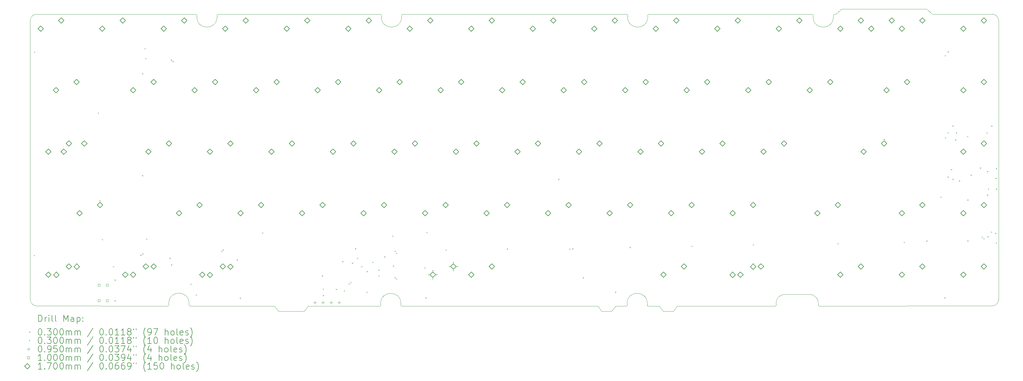
<source format=gbr>
%TF.GenerationSoftware,KiCad,Pcbnew,8.99.0-2641-g1a24c99a2a*%
%TF.CreationDate,2024-10-13T14:09:16+07:00*%
%TF.ProjectId,think65v3,7468696e-6b36-4357-9633-2e6b69636164,rev?*%
%TF.SameCoordinates,Original*%
%TF.FileFunction,Drillmap*%
%TF.FilePolarity,Positive*%
%FSLAX45Y45*%
G04 Gerber Fmt 4.5, Leading zero omitted, Abs format (unit mm)*
G04 Created by KiCad (PCBNEW 8.99.0-2641-g1a24c99a2a) date 2024-10-13 14:09:16*
%MOMM*%
%LPD*%
G01*
G04 APERTURE LIST*
%ADD10C,0.050000*%
%ADD11C,0.200000*%
%ADD12C,0.100000*%
%ADD13C,0.170000*%
G04 APERTURE END LIST*
D10*
X25914000Y-435000D02*
G75*
G02*
X26114000Y-635000I0J-200000D01*
G01*
X26114000Y-9273000D02*
G75*
G02*
X25914000Y-9473000I-200000J0D01*
G01*
X-3677000Y-9473000D02*
G75*
G02*
X-3877000Y-9273000I0J200000D01*
G01*
X-3877000Y-636000D02*
G75*
G02*
X-3677000Y-436000I200000J0D01*
G01*
X15730891Y-9642468D02*
X15610891Y-9482468D01*
X16040891Y-9642468D02*
X16160891Y-9482468D01*
X6998421Y-467468D02*
X6998421Y-524968D01*
X14130891Y-9642468D02*
X14250891Y-9482468D01*
X20256671Y-9115331D02*
G75*
G02*
X20533389Y-9392468I-1J-276719D01*
G01*
X20995770Y-524968D02*
G75*
G02*
X20370770Y-524968I-312500J0D01*
G01*
X14608391Y-9394968D02*
X14608391Y-9452468D01*
X20995770Y-467468D02*
G75*
G02*
X21025770Y-437470I30000J-2D01*
G01*
X19220891Y-9449968D02*
G75*
G02*
X19190891Y-9479971I-30001J-2D01*
G01*
X13820891Y-9642468D02*
X14130891Y-9642468D01*
X4610891Y-9642468D02*
X4730891Y-9482468D01*
X21026003Y-437468D02*
X21070891Y-437468D01*
X21253391Y-279968D02*
X23893391Y-279968D01*
X6968421Y-437468D02*
G75*
G02*
X6998422Y-467468I-1J-30002D01*
G01*
X7623421Y-524968D02*
G75*
G02*
X6998421Y-524968I-312500J0D01*
G01*
X6976793Y-9394968D02*
G75*
G02*
X7601793Y-9394968I312500J0D01*
G01*
X1040590Y-9447468D02*
X1040590Y-9389968D01*
X15249214Y-524968D02*
G75*
G02*
X14624214Y-524968I-312500J0D01*
G01*
X1253391Y-437468D02*
G75*
G02*
X1283392Y-467468I-1J-30002D01*
G01*
X1908391Y-524968D02*
X1908391Y-467468D01*
X15249214Y-524968D02*
X15249214Y-467468D01*
X20533391Y-9449968D02*
X20533391Y-9392468D01*
X20563391Y-9479968D02*
G75*
G02*
X20533392Y-9449968I-1J29998D01*
G01*
X19190891Y-9479968D02*
X16160891Y-9482468D01*
X1908391Y-467468D02*
G75*
G02*
X1938391Y-437471I29999J-2D01*
G01*
X19220891Y-9392468D02*
G75*
G02*
X19498028Y-9115751I276719J-2D01*
G01*
X14578391Y-9482468D02*
X14250891Y-9482468D01*
X26114000Y-9273000D02*
X26114000Y-635000D01*
X13820891Y-9642468D02*
X13700891Y-9482468D01*
X15249214Y-467468D02*
G75*
G02*
X15279214Y-437464I30006J-2D01*
G01*
X1908391Y-524968D02*
G75*
G02*
X1283391Y-524968I-312500J0D01*
G01*
X1283391Y-467468D02*
X1283391Y-524968D01*
X24060891Y-434968D02*
X25914000Y-435000D01*
X20340770Y-437468D02*
G75*
G02*
X20370772Y-467468I0J-30002D01*
G01*
X7653421Y-437468D02*
X14594211Y-437468D01*
X15233391Y-9452468D02*
X15233391Y-9394968D01*
X3810891Y-9642468D02*
X4610891Y-9642468D01*
X25914000Y-9473000D02*
X20563391Y-9479968D01*
X14608391Y-9394968D02*
G75*
G02*
X15233391Y-9394968I312500J0D01*
G01*
X1253391Y-437468D02*
X-3677000Y-436000D01*
X19220891Y-9392468D02*
X19220891Y-9449968D01*
X14624214Y-467468D02*
X14624214Y-524968D01*
X3810891Y-9642468D02*
X3690891Y-9482468D01*
X415590Y-9389968D02*
G75*
G02*
X1040590Y-9389968I312500J0D01*
G01*
X20995770Y-524968D02*
X20995770Y-467468D01*
X21070891Y-437468D02*
X21253391Y-279968D01*
X6946403Y-9482468D02*
X4730891Y-9482468D01*
X6968421Y-437468D02*
X1938391Y-437468D01*
X20256671Y-9115331D02*
X19498028Y-9115748D01*
X7601793Y-9452468D02*
X7601793Y-9394968D01*
X23893391Y-279968D02*
X24060891Y-434968D01*
X15279214Y-437468D02*
X20340770Y-437468D01*
X3690891Y-9482468D02*
X1070590Y-9477468D01*
X415590Y-9447468D02*
G75*
G02*
X385590Y-9477468I-30000J0D01*
G01*
X14594214Y-437468D02*
G75*
G02*
X14624212Y-467468I-4J-30002D01*
G01*
X15610891Y-9482468D02*
X15263391Y-9482468D01*
X7631793Y-9482468D02*
X13700891Y-9482468D01*
X15730891Y-9642468D02*
X16040891Y-9642468D01*
X6976793Y-9452468D02*
G75*
G02*
X6946793Y-9482463I-29993J-2D01*
G01*
X15263391Y-9482468D02*
G75*
G02*
X15233392Y-9452468I-1J29998D01*
G01*
X-3877000Y-636000D02*
X-3877000Y-9273000D01*
X7623421Y-524968D02*
X7623421Y-467468D01*
X20370770Y-467468D02*
X20370770Y-524968D01*
X385590Y-9477468D02*
X-3677000Y-9473000D01*
X7631793Y-9482468D02*
G75*
G02*
X7601792Y-9452468I-3J29998D01*
G01*
X415590Y-9389968D02*
X415590Y-9447468D01*
X7623421Y-467468D02*
G75*
G02*
X7653421Y-437471I29999J-2D01*
G01*
X6976793Y-9394968D02*
X6976793Y-9452468D01*
X14608391Y-9452468D02*
G75*
G02*
X14578391Y-9482471I-30001J-2D01*
G01*
X1070590Y-9477468D02*
G75*
G02*
X1040592Y-9447468I0J29998D01*
G01*
D11*
D12*
X-3765000Y-7895000D02*
X-3735000Y-7925000D01*
X-3735000Y-7895000D02*
X-3765000Y-7925000D01*
X-3755000Y-1595000D02*
X-3725000Y-1625000D01*
X-3725000Y-1595000D02*
X-3755000Y-1625000D01*
X-1785000Y-3485000D02*
X-1755000Y-3515000D01*
X-1755000Y-3485000D02*
X-1785000Y-3515000D01*
X-1655000Y-7405000D02*
X-1625000Y-7435000D01*
X-1625000Y-7405000D02*
X-1655000Y-7435000D01*
X-1315000Y-8235000D02*
X-1285000Y-8265000D01*
X-1285000Y-8235000D02*
X-1315000Y-8265000D01*
X-1265000Y-8655000D02*
X-1235000Y-8685000D01*
X-1235000Y-8655000D02*
X-1265000Y-8685000D01*
X-1265000Y-9300044D02*
X-1235000Y-9330044D01*
X-1235000Y-9300044D02*
X-1265000Y-9330044D01*
X-465000Y-7884673D02*
X-435000Y-7914673D01*
X-435000Y-7884673D02*
X-465000Y-7914673D01*
X-416493Y-5422873D02*
X-386493Y-5452873D01*
X-386493Y-5422873D02*
X-416493Y-5452873D01*
X-415000Y-2265000D02*
X-385000Y-2295000D01*
X-385000Y-2265000D02*
X-415000Y-2295000D01*
X-406681Y-7844673D02*
X-376681Y-7874673D01*
X-376681Y-7844673D02*
X-406681Y-7874673D01*
X-335000Y-1485000D02*
X-305000Y-1515000D01*
X-305000Y-1485000D02*
X-335000Y-1515000D01*
X-315000Y-1795000D02*
X-285000Y-1825000D01*
X-285000Y-1795000D02*
X-315000Y-1825000D01*
X-285000Y-7385000D02*
X-255000Y-7415000D01*
X-255000Y-7385000D02*
X-285000Y-7415000D01*
X434673Y-7984673D02*
X464673Y-8014673D01*
X464673Y-7984673D02*
X434673Y-8014673D01*
X482019Y-1842019D02*
X512019Y-1872019D01*
X512019Y-1842019D02*
X482019Y-1872019D01*
X485000Y-8185000D02*
X515000Y-8215000D01*
X515000Y-8185000D02*
X485000Y-8215000D01*
X527981Y-1887981D02*
X557981Y-1917981D01*
X557981Y-1887981D02*
X527981Y-1917981D01*
X1085000Y-8785000D02*
X1115000Y-8815000D01*
X1115000Y-8785000D02*
X1085000Y-8815000D01*
X1252071Y-9117929D02*
X1282071Y-9147929D01*
X1282071Y-9117929D02*
X1252071Y-9147929D01*
X2037165Y-7772835D02*
X2067165Y-7802835D01*
X2067165Y-7772835D02*
X2037165Y-7802835D01*
X2083127Y-7726873D02*
X2113127Y-7756873D01*
X2113127Y-7726873D02*
X2083127Y-7756873D01*
X2518487Y-8033872D02*
X2548487Y-8063872D01*
X2548487Y-8033872D02*
X2518487Y-8063872D01*
X2615000Y-9215000D02*
X2645000Y-9245000D01*
X2645000Y-9215000D02*
X2615000Y-9245000D01*
X3311141Y-7195000D02*
X3341141Y-7225000D01*
X3341141Y-7195000D02*
X3311141Y-7225000D01*
X5155000Y-8530000D02*
X5185000Y-8560000D01*
X5185000Y-8530000D02*
X5155000Y-8560000D01*
X5185000Y-8935000D02*
X5215000Y-8965000D01*
X5215000Y-8935000D02*
X5185000Y-8965000D01*
X5185000Y-9135000D02*
X5215000Y-9165000D01*
X5215000Y-9135000D02*
X5185000Y-9165000D01*
X5585000Y-8945000D02*
X5615000Y-8975000D01*
X5615000Y-8945000D02*
X5585000Y-8975000D01*
X5785000Y-8085000D02*
X5815000Y-8115000D01*
X5815000Y-8085000D02*
X5785000Y-8115000D01*
X5835000Y-8985000D02*
X5865000Y-9015000D01*
X5865000Y-8985000D02*
X5835000Y-9015000D01*
X5985000Y-8780000D02*
X6015000Y-8810000D01*
X6015000Y-8780000D02*
X5985000Y-8810000D01*
X6035000Y-8730000D02*
X6065000Y-8760000D01*
X6065000Y-8730000D02*
X6035000Y-8760000D01*
X6085000Y-8130000D02*
X6115000Y-8160000D01*
X6115000Y-8130000D02*
X6085000Y-8160000D01*
X6185000Y-7685000D02*
X6215000Y-7715000D01*
X6215000Y-7685000D02*
X6185000Y-7715000D01*
X6245000Y-7985000D02*
X6275000Y-8015000D01*
X6275000Y-7985000D02*
X6245000Y-8015000D01*
X6375000Y-8235000D02*
X6405000Y-8265000D01*
X6405000Y-8235000D02*
X6375000Y-8265000D01*
X6535000Y-9035000D02*
X6565000Y-9065000D01*
X6565000Y-9035000D02*
X6535000Y-9065000D01*
X6545000Y-8395000D02*
X6575000Y-8425000D01*
X6575000Y-8395000D02*
X6545000Y-8425000D01*
X6715000Y-8105000D02*
X6745000Y-8135000D01*
X6745000Y-8105000D02*
X6715000Y-8135000D01*
X6905000Y-8345000D02*
X6935000Y-8375000D01*
X6935000Y-8345000D02*
X6905000Y-8375000D01*
X6905000Y-8530000D02*
X6935000Y-8560000D01*
X6935000Y-8530000D02*
X6905000Y-8560000D01*
X7085000Y-7935000D02*
X7115000Y-7965000D01*
X7115000Y-7935000D02*
X7085000Y-7965000D01*
X7335000Y-7295000D02*
X7365000Y-7325000D01*
X7365000Y-7295000D02*
X7335000Y-7325000D01*
X7355000Y-8225000D02*
X7385000Y-8255000D01*
X7385000Y-8225000D02*
X7355000Y-8255000D01*
X7405000Y-7765044D02*
X7435000Y-7795044D01*
X7435000Y-7765044D02*
X7405000Y-7795044D01*
X7405000Y-8575000D02*
X7435000Y-8605000D01*
X7435000Y-8575000D02*
X7405000Y-8605000D01*
X7447427Y-8617427D02*
X7477427Y-8647427D01*
X7477427Y-8617427D02*
X7447427Y-8647427D01*
X7455005Y-7825044D02*
X7485005Y-7855044D01*
X7485005Y-7825044D02*
X7455005Y-7855044D01*
X8332241Y-8275000D02*
X8362241Y-8305000D01*
X8362241Y-8275000D02*
X8332241Y-8305000D01*
X8365000Y-9205000D02*
X8395000Y-9235000D01*
X8395000Y-9205000D02*
X8365000Y-9235000D01*
X8395000Y-7185000D02*
X8425000Y-7215000D01*
X8425000Y-7185000D02*
X8395000Y-7215000D01*
X8985000Y-7725044D02*
X9015000Y-7755044D01*
X9015000Y-7725044D02*
X8985000Y-7755044D01*
X10881141Y-7695000D02*
X10911141Y-7725000D01*
X10911141Y-7695000D02*
X10881141Y-7725000D01*
X12475000Y-5535000D02*
X12505000Y-5565000D01*
X12505000Y-5535000D02*
X12475000Y-5565000D01*
X12815000Y-7695000D02*
X12845000Y-7725000D01*
X12845000Y-7695000D02*
X12815000Y-7725000D01*
X12905000Y-7685044D02*
X12935000Y-7715044D01*
X12935000Y-7685044D02*
X12905000Y-7715044D01*
X13235000Y-8585000D02*
X13265000Y-8615000D01*
X13265000Y-8585000D02*
X13235000Y-8615000D01*
X14235000Y-9035000D02*
X14265000Y-9065000D01*
X14265000Y-9035000D02*
X14235000Y-9065000D01*
X14685000Y-7645044D02*
X14715000Y-7675044D01*
X14715000Y-7645044D02*
X14685000Y-7675044D01*
X16596141Y-7605044D02*
X16626141Y-7635044D01*
X16626141Y-7605044D02*
X16596141Y-7635044D01*
X18501141Y-7565044D02*
X18531141Y-7595044D01*
X18531141Y-7565044D02*
X18501141Y-7595044D01*
X21125000Y-7525044D02*
X21155000Y-7555044D01*
X21155000Y-7525044D02*
X21125000Y-7555044D01*
X23175975Y-7485975D02*
X23205975Y-7515975D01*
X23205975Y-7485975D02*
X23175975Y-7515975D01*
X23873891Y-7445044D02*
X23903891Y-7475044D01*
X23903891Y-7445044D02*
X23873891Y-7475044D01*
X24315000Y-6085000D02*
X24345000Y-6115000D01*
X24345000Y-6085000D02*
X24315000Y-6115000D01*
X24435000Y-9205044D02*
X24465000Y-9235044D01*
X24465000Y-9205044D02*
X24435000Y-9235044D01*
X24445000Y-1705000D02*
X24475000Y-1735000D01*
X24475000Y-1705000D02*
X24445000Y-1735000D01*
X24455000Y-4255000D02*
X24485000Y-4285000D01*
X24485000Y-4255000D02*
X24455000Y-4285000D01*
X24535000Y-1585000D02*
X24565000Y-1615000D01*
X24565000Y-1585000D02*
X24535000Y-1615000D01*
X24535000Y-4095000D02*
X24565000Y-4125000D01*
X24565000Y-4095000D02*
X24535000Y-4125000D01*
X24535000Y-5465000D02*
X24565000Y-5495000D01*
X24565000Y-5465000D02*
X24535000Y-5495000D01*
X24635000Y-5235000D02*
X24665000Y-5265000D01*
X24665000Y-5235000D02*
X24635000Y-5265000D01*
X24685000Y-3885000D02*
X24715000Y-3915000D01*
X24715000Y-3885000D02*
X24685000Y-3915000D01*
X24685000Y-5535000D02*
X24715000Y-5565000D01*
X24715000Y-5535000D02*
X24685000Y-5565000D01*
X24768929Y-4318929D02*
X24798929Y-4348929D01*
X24798929Y-4318929D02*
X24768929Y-4348929D01*
X24795000Y-4095000D02*
X24825000Y-4125000D01*
X24825000Y-4095000D02*
X24795000Y-4125000D01*
X24885000Y-5585000D02*
X24915000Y-5615000D01*
X24915000Y-5585000D02*
X24885000Y-5615000D01*
X25135000Y-4205000D02*
X25165000Y-4235000D01*
X25165000Y-4205000D02*
X25135000Y-4235000D01*
X25145000Y-6175000D02*
X25175000Y-6205000D01*
X25175000Y-6175000D02*
X25145000Y-6205000D01*
X25145000Y-7445044D02*
X25175000Y-7475044D01*
X25175000Y-7445044D02*
X25145000Y-7475044D01*
X25245000Y-5405000D02*
X25275000Y-5435000D01*
X25275000Y-5405000D02*
X25245000Y-5435000D01*
X25535000Y-5185000D02*
X25565000Y-5215000D01*
X25565000Y-5185000D02*
X25535000Y-5215000D01*
X25594891Y-7325000D02*
X25624891Y-7355000D01*
X25624891Y-7325000D02*
X25594891Y-7355000D01*
X25644891Y-7375000D02*
X25674891Y-7405000D01*
X25674891Y-7375000D02*
X25644891Y-7405000D01*
X25735000Y-4095000D02*
X25765000Y-4125000D01*
X25765000Y-4095000D02*
X25735000Y-4125000D01*
X25755000Y-5295000D02*
X25785000Y-5325000D01*
X25785000Y-5295000D02*
X25755000Y-5325000D01*
X25755000Y-6025000D02*
X25785000Y-6055000D01*
X25785000Y-6025000D02*
X25755000Y-6055000D01*
X25765000Y-7315000D02*
X25795000Y-7345000D01*
X25795000Y-7315000D02*
X25765000Y-7345000D01*
X25785000Y-5835000D02*
X25815000Y-5865000D01*
X25815000Y-5835000D02*
X25785000Y-5865000D01*
X25871461Y-7168539D02*
X25901461Y-7198539D01*
X25901461Y-7168539D02*
X25871461Y-7198539D01*
X25885000Y-3885000D02*
X25915000Y-3915000D01*
X25915000Y-3885000D02*
X25885000Y-3915000D01*
X26005000Y-7215000D02*
X26035000Y-7245000D01*
X26035000Y-7215000D02*
X26005000Y-7245000D01*
X26015000Y-5505000D02*
X26045000Y-5535000D01*
X26045000Y-5505000D02*
X26015000Y-5535000D01*
X26028391Y-5205000D02*
X26058391Y-5235000D01*
X26058391Y-5205000D02*
X26028391Y-5235000D01*
X26028391Y-7505000D02*
X26058391Y-7535000D01*
X26058391Y-7505000D02*
X26028391Y-7535000D01*
X26035000Y-5835000D02*
X26065000Y-5865000D01*
X26065000Y-5835000D02*
X26035000Y-5865000D01*
X-1702049Y-6224718D02*
G75*
G02*
X-1732049Y-6224718I-15000J0D01*
G01*
X-1732049Y-6224718D02*
G75*
G02*
X-1702049Y-6224718I15000J0D01*
G01*
X8484241Y-8508718D02*
G75*
G02*
X8454241Y-8508718I-15000J0D01*
G01*
X8454241Y-8508718D02*
G75*
G02*
X8484241Y-8508718I15000J0D01*
G01*
X8608241Y-8634718D02*
G75*
G02*
X8578241Y-8634718I-15000J0D01*
G01*
X8578241Y-8634718D02*
G75*
G02*
X8608241Y-8634718I15000J0D01*
G01*
X8609241Y-8384718D02*
G75*
G02*
X8579241Y-8384718I-15000J0D01*
G01*
X8579241Y-8384718D02*
G75*
G02*
X8609241Y-8384718I15000J0D01*
G01*
X8734241Y-8509718D02*
G75*
G02*
X8704241Y-8509718I-15000J0D01*
G01*
X8704241Y-8509718D02*
G75*
G02*
X8734241Y-8509718I15000J0D01*
G01*
X9119241Y-8255718D02*
G75*
G02*
X9089241Y-8255718I-15000J0D01*
G01*
X9089241Y-8255718D02*
G75*
G02*
X9119241Y-8255718I15000J0D01*
G01*
X9244241Y-8129718D02*
G75*
G02*
X9214241Y-8129718I-15000J0D01*
G01*
X9214241Y-8129718D02*
G75*
G02*
X9244241Y-8129718I15000J0D01*
G01*
X9244241Y-8379718D02*
G75*
G02*
X9214241Y-8379718I-15000J0D01*
G01*
X9214241Y-8379718D02*
G75*
G02*
X9244241Y-8379718I15000J0D01*
G01*
X9368241Y-8254718D02*
G75*
G02*
X9338241Y-8254718I-15000J0D01*
G01*
X9338241Y-8254718D02*
G75*
G02*
X9368241Y-8254718I15000J0D01*
G01*
X22586701Y-4319718D02*
G75*
G02*
X22556701Y-4319718I-15000J0D01*
G01*
X22556701Y-4319718D02*
G75*
G02*
X22586701Y-4319718I15000J0D01*
G01*
X4940000Y-9322500D02*
X4940000Y-9417500D01*
X4892500Y-9370000D02*
X4987500Y-9370000D01*
X5190000Y-9322500D02*
X5190000Y-9417500D01*
X5142500Y-9370000D02*
X5237500Y-9370000D01*
X5440000Y-9322500D02*
X5440000Y-9417500D01*
X5392500Y-9370000D02*
X5487500Y-9370000D01*
X5690000Y-9322500D02*
X5690000Y-9417500D01*
X5642500Y-9370000D02*
X5737500Y-9370000D01*
X-1709644Y-8865356D02*
X-1709644Y-8794644D01*
X-1780356Y-8794644D01*
X-1780356Y-8865356D01*
X-1709644Y-8865356D01*
X-1709644Y-9345356D02*
X-1709644Y-9274644D01*
X-1780356Y-9274644D01*
X-1780356Y-9345356D01*
X-1709644Y-9345356D01*
X-1459644Y-8865356D02*
X-1459644Y-8794644D01*
X-1530356Y-8794644D01*
X-1530356Y-8865356D01*
X-1459644Y-8865356D01*
X-1459644Y-9345356D02*
X-1459644Y-9274644D01*
X-1530356Y-9274644D01*
X-1530356Y-9345356D01*
X-1459644Y-9345356D01*
D13*
X-3550109Y-974718D02*
X-3465109Y-889718D01*
X-3550109Y-804718D01*
X-3635109Y-889718D01*
X-3550109Y-974718D01*
X-3312009Y-4784718D02*
X-3227009Y-4699718D01*
X-3312009Y-4614718D01*
X-3397009Y-4699718D01*
X-3312009Y-4784718D01*
X-3312009Y-8594718D02*
X-3227009Y-8509718D01*
X-3312009Y-8424718D01*
X-3397009Y-8509718D01*
X-3312009Y-8594718D01*
X-3073809Y-2879718D02*
X-2988809Y-2794718D01*
X-3073809Y-2709718D01*
X-3158809Y-2794718D01*
X-3073809Y-2879718D01*
X-3069109Y-8595468D02*
X-2984109Y-8510468D01*
X-3069109Y-8425468D01*
X-3154109Y-8510468D01*
X-3069109Y-8595468D01*
X-2915109Y-720718D02*
X-2830109Y-635718D01*
X-2915109Y-550718D01*
X-3000109Y-635718D01*
X-2915109Y-720718D01*
X-2835709Y-4784718D02*
X-2750709Y-4699718D01*
X-2835709Y-4614718D01*
X-2920709Y-4699718D01*
X-2835709Y-4784718D01*
X-2677009Y-4530718D02*
X-2592009Y-4445718D01*
X-2677009Y-4360718D01*
X-2762009Y-4445718D01*
X-2677009Y-4530718D01*
X-2677009Y-8340718D02*
X-2592009Y-8255718D01*
X-2677009Y-8170718D01*
X-2762009Y-8255718D01*
X-2677009Y-8340718D01*
X-2438809Y-2625718D02*
X-2353809Y-2540718D01*
X-2438809Y-2455718D01*
X-2523809Y-2540718D01*
X-2438809Y-2625718D01*
X-2434109Y-8341468D02*
X-2349109Y-8256468D01*
X-2434109Y-8171468D01*
X-2519109Y-8256468D01*
X-2434109Y-8341468D01*
X-2352049Y-6689718D02*
X-2267049Y-6604718D01*
X-2352049Y-6519718D01*
X-2437049Y-6604718D01*
X-2352049Y-6689718D01*
X-2200709Y-4530718D02*
X-2115709Y-4445718D01*
X-2200709Y-4360718D01*
X-2285709Y-4445718D01*
X-2200709Y-4530718D01*
X-1717049Y-6435718D02*
X-1632049Y-6350718D01*
X-1717049Y-6265718D01*
X-1802049Y-6350718D01*
X-1717049Y-6435718D01*
X-1645109Y-974718D02*
X-1560109Y-889718D01*
X-1645109Y-804718D01*
X-1730109Y-889718D01*
X-1645109Y-974718D01*
X-1010109Y-720718D02*
X-925109Y-635718D01*
X-1010109Y-550718D01*
X-1095109Y-635718D01*
X-1010109Y-720718D01*
X-930759Y-8594718D02*
X-845759Y-8509718D01*
X-930759Y-8424718D01*
X-1015759Y-8509718D01*
X-930759Y-8594718D01*
X-692609Y-2879718D02*
X-607609Y-2794718D01*
X-692609Y-2709718D01*
X-777609Y-2794718D01*
X-692609Y-2879718D01*
X-689109Y-8594968D02*
X-604109Y-8509968D01*
X-689109Y-8424968D01*
X-774109Y-8509968D01*
X-689109Y-8594968D01*
X-295759Y-8340718D02*
X-210759Y-8255718D01*
X-295759Y-8170718D01*
X-380759Y-8255718D01*
X-295759Y-8340718D01*
X-216359Y-4784718D02*
X-131359Y-4699718D01*
X-216359Y-4614718D01*
X-301359Y-4699718D01*
X-216359Y-4784718D01*
X-57609Y-2625718D02*
X27391Y-2540718D01*
X-57609Y-2455718D01*
X-142609Y-2540718D01*
X-57609Y-2625718D01*
X-54109Y-8340968D02*
X30891Y-8255968D01*
X-54109Y-8170968D01*
X-139109Y-8255968D01*
X-54109Y-8340968D01*
X259891Y-974718D02*
X344891Y-889718D01*
X259891Y-804718D01*
X174891Y-889718D01*
X259891Y-974718D01*
X418641Y-4530718D02*
X503641Y-4445718D01*
X418641Y-4360718D01*
X333641Y-4445718D01*
X418641Y-4530718D01*
X736141Y-6689718D02*
X821141Y-6604718D01*
X736141Y-6519718D01*
X651141Y-6604718D01*
X736141Y-6689718D01*
X894891Y-720718D02*
X979891Y-635718D01*
X894891Y-550718D01*
X809891Y-635718D01*
X894891Y-720718D01*
X1212391Y-2879718D02*
X1297391Y-2794718D01*
X1212391Y-2709718D01*
X1127391Y-2794718D01*
X1212391Y-2879718D01*
X1371141Y-6435718D02*
X1456141Y-6350718D01*
X1371141Y-6265718D01*
X1286141Y-6350718D01*
X1371141Y-6435718D01*
X1450491Y-8594718D02*
X1535491Y-8509718D01*
X1450491Y-8424718D01*
X1365491Y-8509718D01*
X1450491Y-8594718D01*
X1688641Y-4784718D02*
X1773641Y-4699718D01*
X1688641Y-4614718D01*
X1603641Y-4699718D01*
X1688641Y-4784718D01*
X1689891Y-8596468D02*
X1774891Y-8511468D01*
X1689891Y-8426468D01*
X1604891Y-8511468D01*
X1689891Y-8596468D01*
X1847391Y-2625718D02*
X1932391Y-2540718D01*
X1847391Y-2455718D01*
X1762391Y-2540718D01*
X1847391Y-2625718D01*
X2085491Y-8340718D02*
X2170491Y-8255718D01*
X2085491Y-8170718D01*
X2000491Y-8255718D01*
X2085491Y-8340718D01*
X2164891Y-974718D02*
X2249891Y-889718D01*
X2164891Y-804718D01*
X2079891Y-889718D01*
X2164891Y-974718D01*
X2323641Y-4530718D02*
X2408641Y-4445718D01*
X2323641Y-4360718D01*
X2238641Y-4445718D01*
X2323641Y-4530718D01*
X2324891Y-8342468D02*
X2409891Y-8257468D01*
X2324891Y-8172468D01*
X2239891Y-8257468D01*
X2324891Y-8342468D01*
X2641141Y-6689718D02*
X2726141Y-6604718D01*
X2641141Y-6519718D01*
X2556141Y-6604718D01*
X2641141Y-6689718D01*
X2799891Y-720718D02*
X2884891Y-635718D01*
X2799891Y-550718D01*
X2714891Y-635718D01*
X2799891Y-720718D01*
X3117391Y-2879718D02*
X3202391Y-2794718D01*
X3117391Y-2709718D01*
X3032391Y-2794718D01*
X3117391Y-2879718D01*
X3276141Y-6435718D02*
X3361141Y-6350718D01*
X3276141Y-6265718D01*
X3191141Y-6350718D01*
X3276141Y-6435718D01*
X3593641Y-4784718D02*
X3678641Y-4699718D01*
X3593641Y-4614718D01*
X3508641Y-4699718D01*
X3593641Y-4784718D01*
X3752391Y-2625718D02*
X3837391Y-2540718D01*
X3752391Y-2455718D01*
X3667391Y-2540718D01*
X3752391Y-2625718D01*
X4069891Y-974718D02*
X4154891Y-889718D01*
X4069891Y-804718D01*
X3984891Y-889718D01*
X4069891Y-974718D01*
X4228641Y-4530718D02*
X4313641Y-4445718D01*
X4228641Y-4360718D01*
X4143641Y-4445718D01*
X4228641Y-4530718D01*
X4546141Y-6689718D02*
X4631141Y-6604718D01*
X4546141Y-6519718D01*
X4461141Y-6604718D01*
X4546141Y-6689718D01*
X4704891Y-720718D02*
X4789891Y-635718D01*
X4704891Y-550718D01*
X4619891Y-635718D01*
X4704891Y-720718D01*
X5022391Y-2879718D02*
X5107391Y-2794718D01*
X5022391Y-2709718D01*
X4937391Y-2794718D01*
X5022391Y-2879718D01*
X5181141Y-6435718D02*
X5266141Y-6350718D01*
X5181141Y-6265718D01*
X5096141Y-6350718D01*
X5181141Y-6435718D01*
X5498641Y-4784718D02*
X5583641Y-4699718D01*
X5498641Y-4614718D01*
X5413641Y-4699718D01*
X5498641Y-4784718D01*
X5657391Y-2625718D02*
X5742391Y-2540718D01*
X5657391Y-2455718D01*
X5572391Y-2540718D01*
X5657391Y-2625718D01*
X5974891Y-974718D02*
X6059891Y-889718D01*
X5974891Y-804718D01*
X5889891Y-889718D01*
X5974891Y-974718D01*
X6133641Y-4530718D02*
X6218641Y-4445718D01*
X6133641Y-4360718D01*
X6048641Y-4445718D01*
X6133641Y-4530718D01*
X6451141Y-6689718D02*
X6536141Y-6604718D01*
X6451141Y-6519718D01*
X6366141Y-6604718D01*
X6451141Y-6689718D01*
X6609891Y-720718D02*
X6694891Y-635718D01*
X6609891Y-550718D01*
X6524891Y-635718D01*
X6609891Y-720718D01*
X6927391Y-2879718D02*
X7012391Y-2794718D01*
X6927391Y-2709718D01*
X6842391Y-2794718D01*
X6927391Y-2879718D01*
X7086141Y-6435718D02*
X7171141Y-6350718D01*
X7086141Y-6265718D01*
X7001141Y-6350718D01*
X7086141Y-6435718D01*
X7403641Y-4784718D02*
X7488641Y-4699718D01*
X7403641Y-4614718D01*
X7318641Y-4699718D01*
X7403641Y-4784718D01*
X7562391Y-2625718D02*
X7647391Y-2540718D01*
X7562391Y-2455718D01*
X7477391Y-2540718D01*
X7562391Y-2625718D01*
X7879891Y-974718D02*
X7964891Y-889718D01*
X7879891Y-804718D01*
X7794891Y-889718D01*
X7879891Y-974718D01*
X8038641Y-4530718D02*
X8123641Y-4445718D01*
X8038641Y-4360718D01*
X7953641Y-4445718D01*
X8038641Y-4530718D01*
X8356141Y-6689718D02*
X8441141Y-6604718D01*
X8356141Y-6519718D01*
X8271141Y-6604718D01*
X8356141Y-6689718D01*
X8514891Y-720718D02*
X8599891Y-635718D01*
X8514891Y-550718D01*
X8429891Y-635718D01*
X8514891Y-720718D01*
X8594241Y-8594718D02*
X8679241Y-8509718D01*
X8594241Y-8424718D01*
X8509241Y-8509718D01*
X8594241Y-8594718D01*
X8832391Y-2879718D02*
X8917391Y-2794718D01*
X8832391Y-2709718D01*
X8747391Y-2794718D01*
X8832391Y-2879718D01*
X8991141Y-6435718D02*
X9076141Y-6350718D01*
X8991141Y-6265718D01*
X8906141Y-6350718D01*
X8991141Y-6435718D01*
X9229241Y-8340718D02*
X9314241Y-8255718D01*
X9229241Y-8170718D01*
X9144241Y-8255718D01*
X9229241Y-8340718D01*
X9308641Y-4784718D02*
X9393641Y-4699718D01*
X9308641Y-4614718D01*
X9223641Y-4699718D01*
X9308641Y-4784718D01*
X9467391Y-2625718D02*
X9552391Y-2540718D01*
X9467391Y-2455718D01*
X9382391Y-2540718D01*
X9467391Y-2625718D01*
X9784891Y-974718D02*
X9869891Y-889718D01*
X9784891Y-804718D01*
X9699891Y-889718D01*
X9784891Y-974718D01*
X9785891Y-8594968D02*
X9870891Y-8509968D01*
X9785891Y-8424968D01*
X9700891Y-8509968D01*
X9785891Y-8594968D01*
X9943641Y-4530718D02*
X10028641Y-4445718D01*
X9943641Y-4360718D01*
X9858641Y-4445718D01*
X9943641Y-4530718D01*
X10261141Y-6689718D02*
X10346141Y-6604718D01*
X10261141Y-6519718D01*
X10176141Y-6604718D01*
X10261141Y-6689718D01*
X10419891Y-720718D02*
X10504891Y-635718D01*
X10419891Y-550718D01*
X10334891Y-635718D01*
X10419891Y-720718D01*
X10420891Y-8340968D02*
X10505891Y-8255968D01*
X10420891Y-8170968D01*
X10335891Y-8255968D01*
X10420891Y-8340968D01*
X10737391Y-2879718D02*
X10822391Y-2794718D01*
X10737391Y-2709718D01*
X10652391Y-2794718D01*
X10737391Y-2879718D01*
X10896141Y-6435718D02*
X10981141Y-6350718D01*
X10896141Y-6265718D01*
X10811141Y-6350718D01*
X10896141Y-6435718D01*
X11213641Y-4784718D02*
X11298641Y-4699718D01*
X11213641Y-4614718D01*
X11128641Y-4699718D01*
X11213641Y-4784718D01*
X11372391Y-2625718D02*
X11457391Y-2540718D01*
X11372391Y-2455718D01*
X11287391Y-2540718D01*
X11372391Y-2625718D01*
X11689891Y-974718D02*
X11774891Y-889718D01*
X11689891Y-804718D01*
X11604891Y-889718D01*
X11689891Y-974718D01*
X11848641Y-4530718D02*
X11933641Y-4445718D01*
X11848641Y-4360718D01*
X11763641Y-4445718D01*
X11848641Y-4530718D01*
X12166141Y-6689718D02*
X12251141Y-6604718D01*
X12166141Y-6519718D01*
X12081141Y-6604718D01*
X12166141Y-6689718D01*
X12324891Y-720718D02*
X12409891Y-635718D01*
X12324891Y-550718D01*
X12239891Y-635718D01*
X12324891Y-720718D01*
X12642391Y-2879718D02*
X12727391Y-2794718D01*
X12642391Y-2709718D01*
X12557391Y-2794718D01*
X12642391Y-2879718D01*
X12801141Y-6435718D02*
X12886141Y-6350718D01*
X12801141Y-6265718D01*
X12716141Y-6350718D01*
X12801141Y-6435718D01*
X13118641Y-4784718D02*
X13203641Y-4699718D01*
X13118641Y-4614718D01*
X13033641Y-4699718D01*
X13118641Y-4784718D01*
X13277391Y-2625718D02*
X13362391Y-2540718D01*
X13277391Y-2455718D01*
X13192391Y-2540718D01*
X13277391Y-2625718D01*
X13594891Y-974718D02*
X13679891Y-889718D01*
X13594891Y-804718D01*
X13509891Y-889718D01*
X13594891Y-974718D01*
X13753641Y-4530718D02*
X13838641Y-4445718D01*
X13753641Y-4360718D01*
X13668641Y-4445718D01*
X13753641Y-4530718D01*
X14071141Y-6689718D02*
X14156141Y-6604718D01*
X14071141Y-6519718D01*
X13986141Y-6604718D01*
X14071141Y-6689718D01*
X14229891Y-720718D02*
X14314891Y-635718D01*
X14229891Y-550718D01*
X14144891Y-635718D01*
X14229891Y-720718D01*
X14547391Y-2879718D02*
X14632391Y-2794718D01*
X14547391Y-2709718D01*
X14462391Y-2794718D01*
X14547391Y-2879718D01*
X14706141Y-6435718D02*
X14791141Y-6350718D01*
X14706141Y-6265718D01*
X14621141Y-6350718D01*
X14706141Y-6435718D01*
X15023641Y-4784718D02*
X15108641Y-4699718D01*
X15023641Y-4614718D01*
X14938641Y-4699718D01*
X15023641Y-4784718D01*
X15182391Y-2625718D02*
X15267391Y-2540718D01*
X15182391Y-2455718D01*
X15097391Y-2540718D01*
X15182391Y-2625718D01*
X15499891Y-974718D02*
X15584891Y-889718D01*
X15499891Y-804718D01*
X15414891Y-889718D01*
X15499891Y-974718D01*
X15658641Y-4530718D02*
X15743641Y-4445718D01*
X15658641Y-4360718D01*
X15573641Y-4445718D01*
X15658641Y-4530718D01*
X15737991Y-8594718D02*
X15822991Y-8509718D01*
X15737991Y-8424718D01*
X15652991Y-8509718D01*
X15737991Y-8594718D01*
X15976141Y-6689718D02*
X16061141Y-6604718D01*
X15976141Y-6519718D01*
X15891141Y-6604718D01*
X15976141Y-6689718D01*
X16134891Y-720718D02*
X16219891Y-635718D01*
X16134891Y-550718D01*
X16049891Y-635718D01*
X16134891Y-720718D01*
X16372991Y-8340718D02*
X16457991Y-8255718D01*
X16372991Y-8170718D01*
X16287991Y-8255718D01*
X16372991Y-8340718D01*
X16452391Y-2879718D02*
X16537391Y-2794718D01*
X16452391Y-2709718D01*
X16367391Y-2794718D01*
X16452391Y-2879718D01*
X16611141Y-6435718D02*
X16696141Y-6350718D01*
X16611141Y-6265718D01*
X16526141Y-6350718D01*
X16611141Y-6435718D01*
X16928641Y-4784718D02*
X17013641Y-4699718D01*
X16928641Y-4614718D01*
X16843641Y-4699718D01*
X16928641Y-4784718D01*
X17087391Y-2625718D02*
X17172391Y-2540718D01*
X17087391Y-2455718D01*
X17002391Y-2540718D01*
X17087391Y-2625718D01*
X17404891Y-974718D02*
X17489891Y-889718D01*
X17404891Y-804718D01*
X17319891Y-889718D01*
X17404891Y-974718D01*
X17563641Y-4530718D02*
X17648641Y-4445718D01*
X17563641Y-4360718D01*
X17478641Y-4445718D01*
X17563641Y-4530718D01*
X17881141Y-6689718D02*
X17966141Y-6604718D01*
X17881141Y-6519718D01*
X17796141Y-6604718D01*
X17881141Y-6689718D01*
X17881891Y-8595468D02*
X17966891Y-8510468D01*
X17881891Y-8425468D01*
X17796891Y-8510468D01*
X17881891Y-8595468D01*
X18039891Y-720718D02*
X18124891Y-635718D01*
X18039891Y-550718D01*
X17954891Y-635718D01*
X18039891Y-720718D01*
X18119241Y-8594718D02*
X18204241Y-8509718D01*
X18119241Y-8424718D01*
X18034241Y-8509718D01*
X18119241Y-8594718D01*
X18357391Y-2879718D02*
X18442391Y-2794718D01*
X18357391Y-2709718D01*
X18272391Y-2794718D01*
X18357391Y-2879718D01*
X18516141Y-6435718D02*
X18601141Y-6350718D01*
X18516141Y-6265718D01*
X18431141Y-6350718D01*
X18516141Y-6435718D01*
X18516891Y-8341468D02*
X18601891Y-8256468D01*
X18516891Y-8171468D01*
X18431891Y-8256468D01*
X18516891Y-8341468D01*
X18754241Y-8340718D02*
X18839241Y-8255718D01*
X18754241Y-8170718D01*
X18669241Y-8255718D01*
X18754241Y-8340718D01*
X18833641Y-4784718D02*
X18918641Y-4699718D01*
X18833641Y-4614718D01*
X18748641Y-4699718D01*
X18833641Y-4784718D01*
X18992391Y-2625718D02*
X19077391Y-2540718D01*
X18992391Y-2455718D01*
X18907391Y-2540718D01*
X18992391Y-2625718D01*
X19309891Y-974718D02*
X19394891Y-889718D01*
X19309891Y-804718D01*
X19224891Y-889718D01*
X19309891Y-974718D01*
X19468641Y-4530718D02*
X19553641Y-4445718D01*
X19468641Y-4360718D01*
X19383641Y-4445718D01*
X19468641Y-4530718D01*
X19944891Y-720718D02*
X20029891Y-635718D01*
X19944891Y-550718D01*
X19859891Y-635718D01*
X19944891Y-720718D01*
X20262391Y-2879718D02*
X20347391Y-2794718D01*
X20262391Y-2709718D01*
X20177391Y-2794718D01*
X20262391Y-2879718D01*
X20500541Y-6689718D02*
X20585541Y-6604718D01*
X20500541Y-6519718D01*
X20415541Y-6604718D01*
X20500541Y-6689718D01*
X20897391Y-2625718D02*
X20982391Y-2540718D01*
X20897391Y-2455718D01*
X20812391Y-2540718D01*
X20897391Y-2625718D01*
X21135541Y-6435718D02*
X21220541Y-6350718D01*
X21135541Y-6265718D01*
X21050541Y-6350718D01*
X21135541Y-6435718D01*
X21214891Y-974718D02*
X21299891Y-889718D01*
X21214891Y-804718D01*
X21129891Y-889718D01*
X21214891Y-974718D01*
X21214891Y-8594718D02*
X21299891Y-8509718D01*
X21214891Y-8424718D01*
X21129891Y-8509718D01*
X21214891Y-8594718D01*
X21849891Y-720718D02*
X21934891Y-635718D01*
X21849891Y-550718D01*
X21764891Y-635718D01*
X21849891Y-720718D01*
X21849891Y-8340718D02*
X21934891Y-8255718D01*
X21849891Y-8170718D01*
X21764891Y-8255718D01*
X21849891Y-8340718D01*
X21936701Y-4784718D02*
X22021701Y-4699718D01*
X21936701Y-4614718D01*
X21851701Y-4699718D01*
X21936701Y-4784718D01*
X22167391Y-974718D02*
X22252391Y-889718D01*
X22167391Y-804718D01*
X22082391Y-889718D01*
X22167391Y-974718D01*
X22571701Y-4530718D02*
X22656701Y-4445718D01*
X22571701Y-4360718D01*
X22486701Y-4445718D01*
X22571701Y-4530718D01*
X22643691Y-2879718D02*
X22728691Y-2794718D01*
X22643691Y-2709718D01*
X22558691Y-2794718D01*
X22643691Y-2879718D01*
X22802391Y-720718D02*
X22887391Y-635718D01*
X22802391Y-550718D01*
X22717391Y-635718D01*
X22802391Y-720718D01*
X23119891Y-974718D02*
X23204891Y-889718D01*
X23119891Y-804718D01*
X23034891Y-889718D01*
X23119891Y-974718D01*
X23119891Y-6689718D02*
X23204891Y-6604718D01*
X23119891Y-6519718D01*
X23034891Y-6604718D01*
X23119891Y-6689718D01*
X23119891Y-8594718D02*
X23204891Y-8509718D01*
X23119891Y-8424718D01*
X23034891Y-8509718D01*
X23119891Y-8594718D01*
X23278691Y-2625718D02*
X23363691Y-2540718D01*
X23278691Y-2455718D01*
X23193691Y-2540718D01*
X23278691Y-2625718D01*
X23754891Y-720718D02*
X23839891Y-635718D01*
X23754891Y-550718D01*
X23669891Y-635718D01*
X23754891Y-720718D01*
X23754891Y-6435718D02*
X23839891Y-6350718D01*
X23754891Y-6265718D01*
X23669891Y-6350718D01*
X23754891Y-6435718D01*
X23754891Y-8340718D02*
X23839891Y-8255718D01*
X23754891Y-8170718D01*
X23669891Y-8255718D01*
X23754891Y-8340718D01*
X25024891Y-974718D02*
X25109891Y-889718D01*
X25024891Y-804718D01*
X24939891Y-889718D01*
X25024891Y-974718D01*
X25024891Y-2879718D02*
X25109891Y-2794718D01*
X25024891Y-2709718D01*
X24939891Y-2794718D01*
X25024891Y-2879718D01*
X25024891Y-4784718D02*
X25109891Y-4699718D01*
X25024891Y-4614718D01*
X24939891Y-4699718D01*
X25024891Y-4784718D01*
X25024891Y-6689718D02*
X25109891Y-6604718D01*
X25024891Y-6519718D01*
X24939891Y-6604718D01*
X25024891Y-6689718D01*
X25024891Y-8594718D02*
X25109891Y-8509718D01*
X25024891Y-8424718D01*
X24939891Y-8509718D01*
X25024891Y-8594718D01*
X25659891Y-720718D02*
X25744891Y-635718D01*
X25659891Y-550718D01*
X25574891Y-635718D01*
X25659891Y-720718D01*
X25659891Y-2625718D02*
X25744891Y-2540718D01*
X25659891Y-2455718D01*
X25574891Y-2540718D01*
X25659891Y-2625718D01*
X25659891Y-4530718D02*
X25744891Y-4445718D01*
X25659891Y-4360718D01*
X25574891Y-4445718D01*
X25659891Y-4530718D01*
X25659891Y-6435718D02*
X25744891Y-6350718D01*
X25659891Y-6265718D01*
X25574891Y-6350718D01*
X25659891Y-6435718D01*
X25659891Y-8340718D02*
X25744891Y-8255718D01*
X25659891Y-8170718D01*
X25574891Y-8255718D01*
X25659891Y-8340718D01*
D11*
X-3618723Y-9956452D02*
X-3618723Y-9756452D01*
X-3618723Y-9756452D02*
X-3571104Y-9756452D01*
X-3571104Y-9756452D02*
X-3542533Y-9765976D01*
X-3542533Y-9765976D02*
X-3523485Y-9785023D01*
X-3523485Y-9785023D02*
X-3513961Y-9804071D01*
X-3513961Y-9804071D02*
X-3504437Y-9842166D01*
X-3504437Y-9842166D02*
X-3504437Y-9870738D01*
X-3504437Y-9870738D02*
X-3513961Y-9908833D01*
X-3513961Y-9908833D02*
X-3523485Y-9927881D01*
X-3523485Y-9927881D02*
X-3542533Y-9946928D01*
X-3542533Y-9946928D02*
X-3571104Y-9956452D01*
X-3571104Y-9956452D02*
X-3618723Y-9956452D01*
X-3418723Y-9956452D02*
X-3418723Y-9823119D01*
X-3418723Y-9861214D02*
X-3409199Y-9842166D01*
X-3409199Y-9842166D02*
X-3399675Y-9832642D01*
X-3399675Y-9832642D02*
X-3380628Y-9823119D01*
X-3380628Y-9823119D02*
X-3361580Y-9823119D01*
X-3294914Y-9956452D02*
X-3294914Y-9823119D01*
X-3294914Y-9756452D02*
X-3304437Y-9765976D01*
X-3304437Y-9765976D02*
X-3294914Y-9775500D01*
X-3294914Y-9775500D02*
X-3285390Y-9765976D01*
X-3285390Y-9765976D02*
X-3294914Y-9756452D01*
X-3294914Y-9756452D02*
X-3294914Y-9775500D01*
X-3171104Y-9956452D02*
X-3190152Y-9946928D01*
X-3190152Y-9946928D02*
X-3199675Y-9927881D01*
X-3199675Y-9927881D02*
X-3199675Y-9756452D01*
X-3066342Y-9956452D02*
X-3085390Y-9946928D01*
X-3085390Y-9946928D02*
X-3094914Y-9927881D01*
X-3094914Y-9927881D02*
X-3094914Y-9756452D01*
X-2837771Y-9956452D02*
X-2837771Y-9756452D01*
X-2837771Y-9756452D02*
X-2771104Y-9899309D01*
X-2771104Y-9899309D02*
X-2704437Y-9756452D01*
X-2704437Y-9756452D02*
X-2704437Y-9956452D01*
X-2523485Y-9956452D02*
X-2523485Y-9851690D01*
X-2523485Y-9851690D02*
X-2533009Y-9832642D01*
X-2533009Y-9832642D02*
X-2552056Y-9823119D01*
X-2552056Y-9823119D02*
X-2590152Y-9823119D01*
X-2590152Y-9823119D02*
X-2609199Y-9832642D01*
X-2523485Y-9946928D02*
X-2542533Y-9956452D01*
X-2542533Y-9956452D02*
X-2590152Y-9956452D01*
X-2590152Y-9956452D02*
X-2609199Y-9946928D01*
X-2609199Y-9946928D02*
X-2618723Y-9927881D01*
X-2618723Y-9927881D02*
X-2618723Y-9908833D01*
X-2618723Y-9908833D02*
X-2609199Y-9889785D01*
X-2609199Y-9889785D02*
X-2590152Y-9880262D01*
X-2590152Y-9880262D02*
X-2542533Y-9880262D01*
X-2542533Y-9880262D02*
X-2523485Y-9870738D01*
X-2428247Y-9823119D02*
X-2428247Y-10023119D01*
X-2428247Y-9832642D02*
X-2409199Y-9823119D01*
X-2409199Y-9823119D02*
X-2371104Y-9823119D01*
X-2371104Y-9823119D02*
X-2352056Y-9832642D01*
X-2352056Y-9832642D02*
X-2342533Y-9842166D01*
X-2342533Y-9842166D02*
X-2333009Y-9861214D01*
X-2333009Y-9861214D02*
X-2333009Y-9918357D01*
X-2333009Y-9918357D02*
X-2342533Y-9937404D01*
X-2342533Y-9937404D02*
X-2352056Y-9946928D01*
X-2352056Y-9946928D02*
X-2371104Y-9956452D01*
X-2371104Y-9956452D02*
X-2409199Y-9956452D01*
X-2409199Y-9956452D02*
X-2428247Y-9946928D01*
X-2247295Y-9937404D02*
X-2237771Y-9946928D01*
X-2237771Y-9946928D02*
X-2247295Y-9956452D01*
X-2247295Y-9956452D02*
X-2256818Y-9946928D01*
X-2256818Y-9946928D02*
X-2247295Y-9937404D01*
X-2247295Y-9937404D02*
X-2247295Y-9956452D01*
X-2247295Y-9832642D02*
X-2237771Y-9842166D01*
X-2237771Y-9842166D02*
X-2247295Y-9851690D01*
X-2247295Y-9851690D02*
X-2256818Y-9842166D01*
X-2256818Y-9842166D02*
X-2247295Y-9832642D01*
X-2247295Y-9832642D02*
X-2247295Y-9851690D01*
D12*
X-3909500Y-10269968D02*
X-3879500Y-10299968D01*
X-3879500Y-10269968D02*
X-3909500Y-10299968D01*
D11*
X-3580628Y-10176452D02*
X-3561580Y-10176452D01*
X-3561580Y-10176452D02*
X-3542533Y-10185976D01*
X-3542533Y-10185976D02*
X-3533009Y-10195500D01*
X-3533009Y-10195500D02*
X-3523485Y-10214547D01*
X-3523485Y-10214547D02*
X-3513961Y-10252642D01*
X-3513961Y-10252642D02*
X-3513961Y-10300262D01*
X-3513961Y-10300262D02*
X-3523485Y-10338357D01*
X-3523485Y-10338357D02*
X-3533009Y-10357404D01*
X-3533009Y-10357404D02*
X-3542533Y-10366928D01*
X-3542533Y-10366928D02*
X-3561580Y-10376452D01*
X-3561580Y-10376452D02*
X-3580628Y-10376452D01*
X-3580628Y-10376452D02*
X-3599675Y-10366928D01*
X-3599675Y-10366928D02*
X-3609199Y-10357404D01*
X-3609199Y-10357404D02*
X-3618723Y-10338357D01*
X-3618723Y-10338357D02*
X-3628247Y-10300262D01*
X-3628247Y-10300262D02*
X-3628247Y-10252642D01*
X-3628247Y-10252642D02*
X-3618723Y-10214547D01*
X-3618723Y-10214547D02*
X-3609199Y-10195500D01*
X-3609199Y-10195500D02*
X-3599675Y-10185976D01*
X-3599675Y-10185976D02*
X-3580628Y-10176452D01*
X-3428247Y-10357404D02*
X-3418723Y-10366928D01*
X-3418723Y-10366928D02*
X-3428247Y-10376452D01*
X-3428247Y-10376452D02*
X-3437771Y-10366928D01*
X-3437771Y-10366928D02*
X-3428247Y-10357404D01*
X-3428247Y-10357404D02*
X-3428247Y-10376452D01*
X-3352056Y-10176452D02*
X-3228247Y-10176452D01*
X-3228247Y-10176452D02*
X-3294914Y-10252642D01*
X-3294914Y-10252642D02*
X-3266342Y-10252642D01*
X-3266342Y-10252642D02*
X-3247294Y-10262166D01*
X-3247294Y-10262166D02*
X-3237771Y-10271690D01*
X-3237771Y-10271690D02*
X-3228247Y-10290738D01*
X-3228247Y-10290738D02*
X-3228247Y-10338357D01*
X-3228247Y-10338357D02*
X-3237771Y-10357404D01*
X-3237771Y-10357404D02*
X-3247294Y-10366928D01*
X-3247294Y-10366928D02*
X-3266342Y-10376452D01*
X-3266342Y-10376452D02*
X-3323485Y-10376452D01*
X-3323485Y-10376452D02*
X-3342533Y-10366928D01*
X-3342533Y-10366928D02*
X-3352056Y-10357404D01*
X-3104437Y-10176452D02*
X-3085390Y-10176452D01*
X-3085390Y-10176452D02*
X-3066342Y-10185976D01*
X-3066342Y-10185976D02*
X-3056818Y-10195500D01*
X-3056818Y-10195500D02*
X-3047294Y-10214547D01*
X-3047294Y-10214547D02*
X-3037771Y-10252642D01*
X-3037771Y-10252642D02*
X-3037771Y-10300262D01*
X-3037771Y-10300262D02*
X-3047294Y-10338357D01*
X-3047294Y-10338357D02*
X-3056818Y-10357404D01*
X-3056818Y-10357404D02*
X-3066342Y-10366928D01*
X-3066342Y-10366928D02*
X-3085390Y-10376452D01*
X-3085390Y-10376452D02*
X-3104437Y-10376452D01*
X-3104437Y-10376452D02*
X-3123485Y-10366928D01*
X-3123485Y-10366928D02*
X-3133009Y-10357404D01*
X-3133009Y-10357404D02*
X-3142533Y-10338357D01*
X-3142533Y-10338357D02*
X-3152056Y-10300262D01*
X-3152056Y-10300262D02*
X-3152056Y-10252642D01*
X-3152056Y-10252642D02*
X-3142533Y-10214547D01*
X-3142533Y-10214547D02*
X-3133009Y-10195500D01*
X-3133009Y-10195500D02*
X-3123485Y-10185976D01*
X-3123485Y-10185976D02*
X-3104437Y-10176452D01*
X-2913961Y-10176452D02*
X-2894913Y-10176452D01*
X-2894913Y-10176452D02*
X-2875866Y-10185976D01*
X-2875866Y-10185976D02*
X-2866342Y-10195500D01*
X-2866342Y-10195500D02*
X-2856818Y-10214547D01*
X-2856818Y-10214547D02*
X-2847294Y-10252642D01*
X-2847294Y-10252642D02*
X-2847294Y-10300262D01*
X-2847294Y-10300262D02*
X-2856818Y-10338357D01*
X-2856818Y-10338357D02*
X-2866342Y-10357404D01*
X-2866342Y-10357404D02*
X-2875866Y-10366928D01*
X-2875866Y-10366928D02*
X-2894913Y-10376452D01*
X-2894913Y-10376452D02*
X-2913961Y-10376452D01*
X-2913961Y-10376452D02*
X-2933009Y-10366928D01*
X-2933009Y-10366928D02*
X-2942533Y-10357404D01*
X-2942533Y-10357404D02*
X-2952056Y-10338357D01*
X-2952056Y-10338357D02*
X-2961580Y-10300262D01*
X-2961580Y-10300262D02*
X-2961580Y-10252642D01*
X-2961580Y-10252642D02*
X-2952056Y-10214547D01*
X-2952056Y-10214547D02*
X-2942533Y-10195500D01*
X-2942533Y-10195500D02*
X-2933009Y-10185976D01*
X-2933009Y-10185976D02*
X-2913961Y-10176452D01*
X-2761580Y-10376452D02*
X-2761580Y-10243119D01*
X-2761580Y-10262166D02*
X-2752056Y-10252642D01*
X-2752056Y-10252642D02*
X-2733009Y-10243119D01*
X-2733009Y-10243119D02*
X-2704437Y-10243119D01*
X-2704437Y-10243119D02*
X-2685390Y-10252642D01*
X-2685390Y-10252642D02*
X-2675866Y-10271690D01*
X-2675866Y-10271690D02*
X-2675866Y-10376452D01*
X-2675866Y-10271690D02*
X-2666342Y-10252642D01*
X-2666342Y-10252642D02*
X-2647295Y-10243119D01*
X-2647295Y-10243119D02*
X-2618723Y-10243119D01*
X-2618723Y-10243119D02*
X-2599675Y-10252642D01*
X-2599675Y-10252642D02*
X-2590152Y-10271690D01*
X-2590152Y-10271690D02*
X-2590152Y-10376452D01*
X-2494914Y-10376452D02*
X-2494914Y-10243119D01*
X-2494914Y-10262166D02*
X-2485390Y-10252642D01*
X-2485390Y-10252642D02*
X-2466342Y-10243119D01*
X-2466342Y-10243119D02*
X-2437771Y-10243119D01*
X-2437771Y-10243119D02*
X-2418723Y-10252642D01*
X-2418723Y-10252642D02*
X-2409199Y-10271690D01*
X-2409199Y-10271690D02*
X-2409199Y-10376452D01*
X-2409199Y-10271690D02*
X-2399675Y-10252642D01*
X-2399675Y-10252642D02*
X-2380628Y-10243119D01*
X-2380628Y-10243119D02*
X-2352056Y-10243119D01*
X-2352056Y-10243119D02*
X-2333009Y-10252642D01*
X-2333009Y-10252642D02*
X-2323485Y-10271690D01*
X-2323485Y-10271690D02*
X-2323485Y-10376452D01*
X-1933009Y-10166928D02*
X-2104437Y-10424071D01*
X-1675866Y-10176452D02*
X-1656818Y-10176452D01*
X-1656818Y-10176452D02*
X-1637770Y-10185976D01*
X-1637770Y-10185976D02*
X-1628247Y-10195500D01*
X-1628247Y-10195500D02*
X-1618723Y-10214547D01*
X-1618723Y-10214547D02*
X-1609199Y-10252642D01*
X-1609199Y-10252642D02*
X-1609199Y-10300262D01*
X-1609199Y-10300262D02*
X-1618723Y-10338357D01*
X-1618723Y-10338357D02*
X-1628247Y-10357404D01*
X-1628247Y-10357404D02*
X-1637770Y-10366928D01*
X-1637770Y-10366928D02*
X-1656818Y-10376452D01*
X-1656818Y-10376452D02*
X-1675866Y-10376452D01*
X-1675866Y-10376452D02*
X-1694913Y-10366928D01*
X-1694913Y-10366928D02*
X-1704437Y-10357404D01*
X-1704437Y-10357404D02*
X-1713961Y-10338357D01*
X-1713961Y-10338357D02*
X-1723485Y-10300262D01*
X-1723485Y-10300262D02*
X-1723485Y-10252642D01*
X-1723485Y-10252642D02*
X-1713961Y-10214547D01*
X-1713961Y-10214547D02*
X-1704437Y-10195500D01*
X-1704437Y-10195500D02*
X-1694913Y-10185976D01*
X-1694913Y-10185976D02*
X-1675866Y-10176452D01*
X-1523485Y-10357404D02*
X-1513961Y-10366928D01*
X-1513961Y-10366928D02*
X-1523485Y-10376452D01*
X-1523485Y-10376452D02*
X-1533009Y-10366928D01*
X-1533009Y-10366928D02*
X-1523485Y-10357404D01*
X-1523485Y-10357404D02*
X-1523485Y-10376452D01*
X-1390152Y-10176452D02*
X-1371104Y-10176452D01*
X-1371104Y-10176452D02*
X-1352056Y-10185976D01*
X-1352056Y-10185976D02*
X-1342532Y-10195500D01*
X-1342532Y-10195500D02*
X-1333009Y-10214547D01*
X-1333009Y-10214547D02*
X-1323485Y-10252642D01*
X-1323485Y-10252642D02*
X-1323485Y-10300262D01*
X-1323485Y-10300262D02*
X-1333009Y-10338357D01*
X-1333009Y-10338357D02*
X-1342532Y-10357404D01*
X-1342532Y-10357404D02*
X-1352056Y-10366928D01*
X-1352056Y-10366928D02*
X-1371104Y-10376452D01*
X-1371104Y-10376452D02*
X-1390152Y-10376452D01*
X-1390152Y-10376452D02*
X-1409199Y-10366928D01*
X-1409199Y-10366928D02*
X-1418723Y-10357404D01*
X-1418723Y-10357404D02*
X-1428247Y-10338357D01*
X-1428247Y-10338357D02*
X-1437770Y-10300262D01*
X-1437770Y-10300262D02*
X-1437770Y-10252642D01*
X-1437770Y-10252642D02*
X-1428247Y-10214547D01*
X-1428247Y-10214547D02*
X-1418723Y-10195500D01*
X-1418723Y-10195500D02*
X-1409199Y-10185976D01*
X-1409199Y-10185976D02*
X-1390152Y-10176452D01*
X-1133009Y-10376452D02*
X-1247294Y-10376452D01*
X-1190152Y-10376452D02*
X-1190152Y-10176452D01*
X-1190152Y-10176452D02*
X-1209199Y-10205023D01*
X-1209199Y-10205023D02*
X-1228247Y-10224071D01*
X-1228247Y-10224071D02*
X-1247294Y-10233595D01*
X-942532Y-10376452D02*
X-1056818Y-10376452D01*
X-999675Y-10376452D02*
X-999675Y-10176452D01*
X-999675Y-10176452D02*
X-1018723Y-10205023D01*
X-1018723Y-10205023D02*
X-1037770Y-10224071D01*
X-1037770Y-10224071D02*
X-1056818Y-10233595D01*
X-828247Y-10262166D02*
X-847294Y-10252642D01*
X-847294Y-10252642D02*
X-856818Y-10243119D01*
X-856818Y-10243119D02*
X-866342Y-10224071D01*
X-866342Y-10224071D02*
X-866342Y-10214547D01*
X-866342Y-10214547D02*
X-856818Y-10195500D01*
X-856818Y-10195500D02*
X-847294Y-10185976D01*
X-847294Y-10185976D02*
X-828247Y-10176452D01*
X-828247Y-10176452D02*
X-790151Y-10176452D01*
X-790151Y-10176452D02*
X-771104Y-10185976D01*
X-771104Y-10185976D02*
X-761580Y-10195500D01*
X-761580Y-10195500D02*
X-752056Y-10214547D01*
X-752056Y-10214547D02*
X-752056Y-10224071D01*
X-752056Y-10224071D02*
X-761580Y-10243119D01*
X-761580Y-10243119D02*
X-771104Y-10252642D01*
X-771104Y-10252642D02*
X-790151Y-10262166D01*
X-790151Y-10262166D02*
X-828247Y-10262166D01*
X-828247Y-10262166D02*
X-847294Y-10271690D01*
X-847294Y-10271690D02*
X-856818Y-10281214D01*
X-856818Y-10281214D02*
X-866342Y-10300262D01*
X-866342Y-10300262D02*
X-866342Y-10338357D01*
X-866342Y-10338357D02*
X-856818Y-10357404D01*
X-856818Y-10357404D02*
X-847294Y-10366928D01*
X-847294Y-10366928D02*
X-828247Y-10376452D01*
X-828247Y-10376452D02*
X-790151Y-10376452D01*
X-790151Y-10376452D02*
X-771104Y-10366928D01*
X-771104Y-10366928D02*
X-761580Y-10357404D01*
X-761580Y-10357404D02*
X-752056Y-10338357D01*
X-752056Y-10338357D02*
X-752056Y-10300262D01*
X-752056Y-10300262D02*
X-761580Y-10281214D01*
X-761580Y-10281214D02*
X-771104Y-10271690D01*
X-771104Y-10271690D02*
X-790151Y-10262166D01*
X-675866Y-10176452D02*
X-675866Y-10214547D01*
X-599675Y-10176452D02*
X-599675Y-10214547D01*
X-304437Y-10452642D02*
X-313961Y-10443119D01*
X-313961Y-10443119D02*
X-333009Y-10414547D01*
X-333009Y-10414547D02*
X-342532Y-10395500D01*
X-342532Y-10395500D02*
X-352056Y-10366928D01*
X-352056Y-10366928D02*
X-361580Y-10319309D01*
X-361580Y-10319309D02*
X-361580Y-10281214D01*
X-361580Y-10281214D02*
X-352056Y-10233595D01*
X-352056Y-10233595D02*
X-342532Y-10205023D01*
X-342532Y-10205023D02*
X-333009Y-10185976D01*
X-333009Y-10185976D02*
X-313961Y-10157404D01*
X-313961Y-10157404D02*
X-304437Y-10147881D01*
X-218723Y-10376452D02*
X-180628Y-10376452D01*
X-180628Y-10376452D02*
X-161580Y-10366928D01*
X-161580Y-10366928D02*
X-152056Y-10357404D01*
X-152056Y-10357404D02*
X-133009Y-10328833D01*
X-133009Y-10328833D02*
X-123485Y-10290738D01*
X-123485Y-10290738D02*
X-123485Y-10214547D01*
X-123485Y-10214547D02*
X-133009Y-10195500D01*
X-133009Y-10195500D02*
X-142532Y-10185976D01*
X-142532Y-10185976D02*
X-161580Y-10176452D01*
X-161580Y-10176452D02*
X-199675Y-10176452D01*
X-199675Y-10176452D02*
X-218723Y-10185976D01*
X-218723Y-10185976D02*
X-228247Y-10195500D01*
X-228247Y-10195500D02*
X-237770Y-10214547D01*
X-237770Y-10214547D02*
X-237770Y-10262166D01*
X-237770Y-10262166D02*
X-228247Y-10281214D01*
X-228247Y-10281214D02*
X-218723Y-10290738D01*
X-218723Y-10290738D02*
X-199675Y-10300262D01*
X-199675Y-10300262D02*
X-161580Y-10300262D01*
X-161580Y-10300262D02*
X-142532Y-10290738D01*
X-142532Y-10290738D02*
X-133009Y-10281214D01*
X-133009Y-10281214D02*
X-123485Y-10262166D01*
X-56818Y-10176452D02*
X76515Y-10176452D01*
X76515Y-10176452D02*
X-9199Y-10376452D01*
X305087Y-10376452D02*
X305087Y-10176452D01*
X390801Y-10376452D02*
X390801Y-10271690D01*
X390801Y-10271690D02*
X381277Y-10252642D01*
X381277Y-10252642D02*
X362230Y-10243119D01*
X362230Y-10243119D02*
X333658Y-10243119D01*
X333658Y-10243119D02*
X314611Y-10252642D01*
X314611Y-10252642D02*
X305087Y-10262166D01*
X514610Y-10376452D02*
X495563Y-10366928D01*
X495563Y-10366928D02*
X486039Y-10357404D01*
X486039Y-10357404D02*
X476515Y-10338357D01*
X476515Y-10338357D02*
X476515Y-10281214D01*
X476515Y-10281214D02*
X486039Y-10262166D01*
X486039Y-10262166D02*
X495563Y-10252642D01*
X495563Y-10252642D02*
X514610Y-10243119D01*
X514610Y-10243119D02*
X543182Y-10243119D01*
X543182Y-10243119D02*
X562230Y-10252642D01*
X562230Y-10252642D02*
X571753Y-10262166D01*
X571753Y-10262166D02*
X581277Y-10281214D01*
X581277Y-10281214D02*
X581277Y-10338357D01*
X581277Y-10338357D02*
X571753Y-10357404D01*
X571753Y-10357404D02*
X562230Y-10366928D01*
X562230Y-10366928D02*
X543182Y-10376452D01*
X543182Y-10376452D02*
X514610Y-10376452D01*
X695563Y-10376452D02*
X676515Y-10366928D01*
X676515Y-10366928D02*
X666992Y-10347881D01*
X666992Y-10347881D02*
X666992Y-10176452D01*
X847944Y-10366928D02*
X828896Y-10376452D01*
X828896Y-10376452D02*
X790801Y-10376452D01*
X790801Y-10376452D02*
X771753Y-10366928D01*
X771753Y-10366928D02*
X762230Y-10347881D01*
X762230Y-10347881D02*
X762230Y-10271690D01*
X762230Y-10271690D02*
X771753Y-10252642D01*
X771753Y-10252642D02*
X790801Y-10243119D01*
X790801Y-10243119D02*
X828896Y-10243119D01*
X828896Y-10243119D02*
X847944Y-10252642D01*
X847944Y-10252642D02*
X857468Y-10271690D01*
X857468Y-10271690D02*
X857468Y-10290738D01*
X857468Y-10290738D02*
X762230Y-10309785D01*
X933658Y-10366928D02*
X952706Y-10376452D01*
X952706Y-10376452D02*
X990801Y-10376452D01*
X990801Y-10376452D02*
X1009849Y-10366928D01*
X1009849Y-10366928D02*
X1019372Y-10347881D01*
X1019372Y-10347881D02*
X1019372Y-10338357D01*
X1019372Y-10338357D02*
X1009849Y-10319309D01*
X1009849Y-10319309D02*
X990801Y-10309785D01*
X990801Y-10309785D02*
X962230Y-10309785D01*
X962230Y-10309785D02*
X943182Y-10300262D01*
X943182Y-10300262D02*
X933658Y-10281214D01*
X933658Y-10281214D02*
X933658Y-10271690D01*
X933658Y-10271690D02*
X943182Y-10252642D01*
X943182Y-10252642D02*
X962230Y-10243119D01*
X962230Y-10243119D02*
X990801Y-10243119D01*
X990801Y-10243119D02*
X1009849Y-10252642D01*
X1086039Y-10452642D02*
X1095563Y-10443119D01*
X1095563Y-10443119D02*
X1114611Y-10414547D01*
X1114611Y-10414547D02*
X1124134Y-10395500D01*
X1124134Y-10395500D02*
X1133658Y-10366928D01*
X1133658Y-10366928D02*
X1143182Y-10319309D01*
X1143182Y-10319309D02*
X1143182Y-10281214D01*
X1143182Y-10281214D02*
X1133658Y-10233595D01*
X1133658Y-10233595D02*
X1124134Y-10205023D01*
X1124134Y-10205023D02*
X1114611Y-10185976D01*
X1114611Y-10185976D02*
X1095563Y-10157404D01*
X1095563Y-10157404D02*
X1086039Y-10147881D01*
D12*
X-3879500Y-10548968D02*
G75*
G02*
X-3909500Y-10548968I-15000J0D01*
G01*
X-3909500Y-10548968D02*
G75*
G02*
X-3879500Y-10548968I15000J0D01*
G01*
D11*
X-3580628Y-10440452D02*
X-3561580Y-10440452D01*
X-3561580Y-10440452D02*
X-3542533Y-10449976D01*
X-3542533Y-10449976D02*
X-3533009Y-10459500D01*
X-3533009Y-10459500D02*
X-3523485Y-10478547D01*
X-3523485Y-10478547D02*
X-3513961Y-10516642D01*
X-3513961Y-10516642D02*
X-3513961Y-10564262D01*
X-3513961Y-10564262D02*
X-3523485Y-10602357D01*
X-3523485Y-10602357D02*
X-3533009Y-10621404D01*
X-3533009Y-10621404D02*
X-3542533Y-10630928D01*
X-3542533Y-10630928D02*
X-3561580Y-10640452D01*
X-3561580Y-10640452D02*
X-3580628Y-10640452D01*
X-3580628Y-10640452D02*
X-3599675Y-10630928D01*
X-3599675Y-10630928D02*
X-3609199Y-10621404D01*
X-3609199Y-10621404D02*
X-3618723Y-10602357D01*
X-3618723Y-10602357D02*
X-3628247Y-10564262D01*
X-3628247Y-10564262D02*
X-3628247Y-10516642D01*
X-3628247Y-10516642D02*
X-3618723Y-10478547D01*
X-3618723Y-10478547D02*
X-3609199Y-10459500D01*
X-3609199Y-10459500D02*
X-3599675Y-10449976D01*
X-3599675Y-10449976D02*
X-3580628Y-10440452D01*
X-3428247Y-10621404D02*
X-3418723Y-10630928D01*
X-3418723Y-10630928D02*
X-3428247Y-10640452D01*
X-3428247Y-10640452D02*
X-3437771Y-10630928D01*
X-3437771Y-10630928D02*
X-3428247Y-10621404D01*
X-3428247Y-10621404D02*
X-3428247Y-10640452D01*
X-3352056Y-10440452D02*
X-3228247Y-10440452D01*
X-3228247Y-10440452D02*
X-3294914Y-10516642D01*
X-3294914Y-10516642D02*
X-3266342Y-10516642D01*
X-3266342Y-10516642D02*
X-3247294Y-10526166D01*
X-3247294Y-10526166D02*
X-3237771Y-10535690D01*
X-3237771Y-10535690D02*
X-3228247Y-10554738D01*
X-3228247Y-10554738D02*
X-3228247Y-10602357D01*
X-3228247Y-10602357D02*
X-3237771Y-10621404D01*
X-3237771Y-10621404D02*
X-3247294Y-10630928D01*
X-3247294Y-10630928D02*
X-3266342Y-10640452D01*
X-3266342Y-10640452D02*
X-3323485Y-10640452D01*
X-3323485Y-10640452D02*
X-3342533Y-10630928D01*
X-3342533Y-10630928D02*
X-3352056Y-10621404D01*
X-3104437Y-10440452D02*
X-3085390Y-10440452D01*
X-3085390Y-10440452D02*
X-3066342Y-10449976D01*
X-3066342Y-10449976D02*
X-3056818Y-10459500D01*
X-3056818Y-10459500D02*
X-3047294Y-10478547D01*
X-3047294Y-10478547D02*
X-3037771Y-10516642D01*
X-3037771Y-10516642D02*
X-3037771Y-10564262D01*
X-3037771Y-10564262D02*
X-3047294Y-10602357D01*
X-3047294Y-10602357D02*
X-3056818Y-10621404D01*
X-3056818Y-10621404D02*
X-3066342Y-10630928D01*
X-3066342Y-10630928D02*
X-3085390Y-10640452D01*
X-3085390Y-10640452D02*
X-3104437Y-10640452D01*
X-3104437Y-10640452D02*
X-3123485Y-10630928D01*
X-3123485Y-10630928D02*
X-3133009Y-10621404D01*
X-3133009Y-10621404D02*
X-3142533Y-10602357D01*
X-3142533Y-10602357D02*
X-3152056Y-10564262D01*
X-3152056Y-10564262D02*
X-3152056Y-10516642D01*
X-3152056Y-10516642D02*
X-3142533Y-10478547D01*
X-3142533Y-10478547D02*
X-3133009Y-10459500D01*
X-3133009Y-10459500D02*
X-3123485Y-10449976D01*
X-3123485Y-10449976D02*
X-3104437Y-10440452D01*
X-2913961Y-10440452D02*
X-2894913Y-10440452D01*
X-2894913Y-10440452D02*
X-2875866Y-10449976D01*
X-2875866Y-10449976D02*
X-2866342Y-10459500D01*
X-2866342Y-10459500D02*
X-2856818Y-10478547D01*
X-2856818Y-10478547D02*
X-2847294Y-10516642D01*
X-2847294Y-10516642D02*
X-2847294Y-10564262D01*
X-2847294Y-10564262D02*
X-2856818Y-10602357D01*
X-2856818Y-10602357D02*
X-2866342Y-10621404D01*
X-2866342Y-10621404D02*
X-2875866Y-10630928D01*
X-2875866Y-10630928D02*
X-2894913Y-10640452D01*
X-2894913Y-10640452D02*
X-2913961Y-10640452D01*
X-2913961Y-10640452D02*
X-2933009Y-10630928D01*
X-2933009Y-10630928D02*
X-2942533Y-10621404D01*
X-2942533Y-10621404D02*
X-2952056Y-10602357D01*
X-2952056Y-10602357D02*
X-2961580Y-10564262D01*
X-2961580Y-10564262D02*
X-2961580Y-10516642D01*
X-2961580Y-10516642D02*
X-2952056Y-10478547D01*
X-2952056Y-10478547D02*
X-2942533Y-10459500D01*
X-2942533Y-10459500D02*
X-2933009Y-10449976D01*
X-2933009Y-10449976D02*
X-2913961Y-10440452D01*
X-2761580Y-10640452D02*
X-2761580Y-10507119D01*
X-2761580Y-10526166D02*
X-2752056Y-10516642D01*
X-2752056Y-10516642D02*
X-2733009Y-10507119D01*
X-2733009Y-10507119D02*
X-2704437Y-10507119D01*
X-2704437Y-10507119D02*
X-2685390Y-10516642D01*
X-2685390Y-10516642D02*
X-2675866Y-10535690D01*
X-2675866Y-10535690D02*
X-2675866Y-10640452D01*
X-2675866Y-10535690D02*
X-2666342Y-10516642D01*
X-2666342Y-10516642D02*
X-2647295Y-10507119D01*
X-2647295Y-10507119D02*
X-2618723Y-10507119D01*
X-2618723Y-10507119D02*
X-2599675Y-10516642D01*
X-2599675Y-10516642D02*
X-2590152Y-10535690D01*
X-2590152Y-10535690D02*
X-2590152Y-10640452D01*
X-2494914Y-10640452D02*
X-2494914Y-10507119D01*
X-2494914Y-10526166D02*
X-2485390Y-10516642D01*
X-2485390Y-10516642D02*
X-2466342Y-10507119D01*
X-2466342Y-10507119D02*
X-2437771Y-10507119D01*
X-2437771Y-10507119D02*
X-2418723Y-10516642D01*
X-2418723Y-10516642D02*
X-2409199Y-10535690D01*
X-2409199Y-10535690D02*
X-2409199Y-10640452D01*
X-2409199Y-10535690D02*
X-2399675Y-10516642D01*
X-2399675Y-10516642D02*
X-2380628Y-10507119D01*
X-2380628Y-10507119D02*
X-2352056Y-10507119D01*
X-2352056Y-10507119D02*
X-2333009Y-10516642D01*
X-2333009Y-10516642D02*
X-2323485Y-10535690D01*
X-2323485Y-10535690D02*
X-2323485Y-10640452D01*
X-1933009Y-10430928D02*
X-2104437Y-10688071D01*
X-1675866Y-10440452D02*
X-1656818Y-10440452D01*
X-1656818Y-10440452D02*
X-1637770Y-10449976D01*
X-1637770Y-10449976D02*
X-1628247Y-10459500D01*
X-1628247Y-10459500D02*
X-1618723Y-10478547D01*
X-1618723Y-10478547D02*
X-1609199Y-10516642D01*
X-1609199Y-10516642D02*
X-1609199Y-10564262D01*
X-1609199Y-10564262D02*
X-1618723Y-10602357D01*
X-1618723Y-10602357D02*
X-1628247Y-10621404D01*
X-1628247Y-10621404D02*
X-1637770Y-10630928D01*
X-1637770Y-10630928D02*
X-1656818Y-10640452D01*
X-1656818Y-10640452D02*
X-1675866Y-10640452D01*
X-1675866Y-10640452D02*
X-1694913Y-10630928D01*
X-1694913Y-10630928D02*
X-1704437Y-10621404D01*
X-1704437Y-10621404D02*
X-1713961Y-10602357D01*
X-1713961Y-10602357D02*
X-1723485Y-10564262D01*
X-1723485Y-10564262D02*
X-1723485Y-10516642D01*
X-1723485Y-10516642D02*
X-1713961Y-10478547D01*
X-1713961Y-10478547D02*
X-1704437Y-10459500D01*
X-1704437Y-10459500D02*
X-1694913Y-10449976D01*
X-1694913Y-10449976D02*
X-1675866Y-10440452D01*
X-1523485Y-10621404D02*
X-1513961Y-10630928D01*
X-1513961Y-10630928D02*
X-1523485Y-10640452D01*
X-1523485Y-10640452D02*
X-1533009Y-10630928D01*
X-1533009Y-10630928D02*
X-1523485Y-10621404D01*
X-1523485Y-10621404D02*
X-1523485Y-10640452D01*
X-1390152Y-10440452D02*
X-1371104Y-10440452D01*
X-1371104Y-10440452D02*
X-1352056Y-10449976D01*
X-1352056Y-10449976D02*
X-1342532Y-10459500D01*
X-1342532Y-10459500D02*
X-1333009Y-10478547D01*
X-1333009Y-10478547D02*
X-1323485Y-10516642D01*
X-1323485Y-10516642D02*
X-1323485Y-10564262D01*
X-1323485Y-10564262D02*
X-1333009Y-10602357D01*
X-1333009Y-10602357D02*
X-1342532Y-10621404D01*
X-1342532Y-10621404D02*
X-1352056Y-10630928D01*
X-1352056Y-10630928D02*
X-1371104Y-10640452D01*
X-1371104Y-10640452D02*
X-1390152Y-10640452D01*
X-1390152Y-10640452D02*
X-1409199Y-10630928D01*
X-1409199Y-10630928D02*
X-1418723Y-10621404D01*
X-1418723Y-10621404D02*
X-1428247Y-10602357D01*
X-1428247Y-10602357D02*
X-1437770Y-10564262D01*
X-1437770Y-10564262D02*
X-1437770Y-10516642D01*
X-1437770Y-10516642D02*
X-1428247Y-10478547D01*
X-1428247Y-10478547D02*
X-1418723Y-10459500D01*
X-1418723Y-10459500D02*
X-1409199Y-10449976D01*
X-1409199Y-10449976D02*
X-1390152Y-10440452D01*
X-1133009Y-10640452D02*
X-1247294Y-10640452D01*
X-1190152Y-10640452D02*
X-1190152Y-10440452D01*
X-1190152Y-10440452D02*
X-1209199Y-10469023D01*
X-1209199Y-10469023D02*
X-1228247Y-10488071D01*
X-1228247Y-10488071D02*
X-1247294Y-10497595D01*
X-942532Y-10640452D02*
X-1056818Y-10640452D01*
X-999675Y-10640452D02*
X-999675Y-10440452D01*
X-999675Y-10440452D02*
X-1018723Y-10469023D01*
X-1018723Y-10469023D02*
X-1037770Y-10488071D01*
X-1037770Y-10488071D02*
X-1056818Y-10497595D01*
X-828247Y-10526166D02*
X-847294Y-10516642D01*
X-847294Y-10516642D02*
X-856818Y-10507119D01*
X-856818Y-10507119D02*
X-866342Y-10488071D01*
X-866342Y-10488071D02*
X-866342Y-10478547D01*
X-866342Y-10478547D02*
X-856818Y-10459500D01*
X-856818Y-10459500D02*
X-847294Y-10449976D01*
X-847294Y-10449976D02*
X-828247Y-10440452D01*
X-828247Y-10440452D02*
X-790151Y-10440452D01*
X-790151Y-10440452D02*
X-771104Y-10449976D01*
X-771104Y-10449976D02*
X-761580Y-10459500D01*
X-761580Y-10459500D02*
X-752056Y-10478547D01*
X-752056Y-10478547D02*
X-752056Y-10488071D01*
X-752056Y-10488071D02*
X-761580Y-10507119D01*
X-761580Y-10507119D02*
X-771104Y-10516642D01*
X-771104Y-10516642D02*
X-790151Y-10526166D01*
X-790151Y-10526166D02*
X-828247Y-10526166D01*
X-828247Y-10526166D02*
X-847294Y-10535690D01*
X-847294Y-10535690D02*
X-856818Y-10545214D01*
X-856818Y-10545214D02*
X-866342Y-10564262D01*
X-866342Y-10564262D02*
X-866342Y-10602357D01*
X-866342Y-10602357D02*
X-856818Y-10621404D01*
X-856818Y-10621404D02*
X-847294Y-10630928D01*
X-847294Y-10630928D02*
X-828247Y-10640452D01*
X-828247Y-10640452D02*
X-790151Y-10640452D01*
X-790151Y-10640452D02*
X-771104Y-10630928D01*
X-771104Y-10630928D02*
X-761580Y-10621404D01*
X-761580Y-10621404D02*
X-752056Y-10602357D01*
X-752056Y-10602357D02*
X-752056Y-10564262D01*
X-752056Y-10564262D02*
X-761580Y-10545214D01*
X-761580Y-10545214D02*
X-771104Y-10535690D01*
X-771104Y-10535690D02*
X-790151Y-10526166D01*
X-675866Y-10440452D02*
X-675866Y-10478547D01*
X-599675Y-10440452D02*
X-599675Y-10478547D01*
X-304437Y-10716642D02*
X-313961Y-10707119D01*
X-313961Y-10707119D02*
X-333009Y-10678547D01*
X-333009Y-10678547D02*
X-342532Y-10659500D01*
X-342532Y-10659500D02*
X-352056Y-10630928D01*
X-352056Y-10630928D02*
X-361580Y-10583309D01*
X-361580Y-10583309D02*
X-361580Y-10545214D01*
X-361580Y-10545214D02*
X-352056Y-10497595D01*
X-352056Y-10497595D02*
X-342532Y-10469023D01*
X-342532Y-10469023D02*
X-333009Y-10449976D01*
X-333009Y-10449976D02*
X-313961Y-10421404D01*
X-313961Y-10421404D02*
X-304437Y-10411881D01*
X-123485Y-10640452D02*
X-237770Y-10640452D01*
X-180628Y-10640452D02*
X-180628Y-10440452D01*
X-180628Y-10440452D02*
X-199675Y-10469023D01*
X-199675Y-10469023D02*
X-218723Y-10488071D01*
X-218723Y-10488071D02*
X-237770Y-10497595D01*
X325Y-10440452D02*
X19372Y-10440452D01*
X19372Y-10440452D02*
X38420Y-10449976D01*
X38420Y-10449976D02*
X47944Y-10459500D01*
X47944Y-10459500D02*
X57468Y-10478547D01*
X57468Y-10478547D02*
X66991Y-10516642D01*
X66991Y-10516642D02*
X66991Y-10564262D01*
X66991Y-10564262D02*
X57468Y-10602357D01*
X57468Y-10602357D02*
X47944Y-10621404D01*
X47944Y-10621404D02*
X38420Y-10630928D01*
X38420Y-10630928D02*
X19372Y-10640452D01*
X19372Y-10640452D02*
X325Y-10640452D01*
X325Y-10640452D02*
X-18723Y-10630928D01*
X-18723Y-10630928D02*
X-28247Y-10621404D01*
X-28247Y-10621404D02*
X-37770Y-10602357D01*
X-37770Y-10602357D02*
X-47294Y-10564262D01*
X-47294Y-10564262D02*
X-47294Y-10516642D01*
X-47294Y-10516642D02*
X-37770Y-10478547D01*
X-37770Y-10478547D02*
X-28247Y-10459500D01*
X-28247Y-10459500D02*
X-18723Y-10449976D01*
X-18723Y-10449976D02*
X325Y-10440452D01*
X305087Y-10640452D02*
X305087Y-10440452D01*
X390801Y-10640452D02*
X390801Y-10535690D01*
X390801Y-10535690D02*
X381277Y-10516642D01*
X381277Y-10516642D02*
X362230Y-10507119D01*
X362230Y-10507119D02*
X333658Y-10507119D01*
X333658Y-10507119D02*
X314611Y-10516642D01*
X314611Y-10516642D02*
X305087Y-10526166D01*
X514610Y-10640452D02*
X495563Y-10630928D01*
X495563Y-10630928D02*
X486039Y-10621404D01*
X486039Y-10621404D02*
X476515Y-10602357D01*
X476515Y-10602357D02*
X476515Y-10545214D01*
X476515Y-10545214D02*
X486039Y-10526166D01*
X486039Y-10526166D02*
X495563Y-10516642D01*
X495563Y-10516642D02*
X514610Y-10507119D01*
X514610Y-10507119D02*
X543182Y-10507119D01*
X543182Y-10507119D02*
X562230Y-10516642D01*
X562230Y-10516642D02*
X571753Y-10526166D01*
X571753Y-10526166D02*
X581277Y-10545214D01*
X581277Y-10545214D02*
X581277Y-10602357D01*
X581277Y-10602357D02*
X571753Y-10621404D01*
X571753Y-10621404D02*
X562230Y-10630928D01*
X562230Y-10630928D02*
X543182Y-10640452D01*
X543182Y-10640452D02*
X514610Y-10640452D01*
X695563Y-10640452D02*
X676515Y-10630928D01*
X676515Y-10630928D02*
X666992Y-10611881D01*
X666992Y-10611881D02*
X666992Y-10440452D01*
X847944Y-10630928D02*
X828896Y-10640452D01*
X828896Y-10640452D02*
X790801Y-10640452D01*
X790801Y-10640452D02*
X771753Y-10630928D01*
X771753Y-10630928D02*
X762230Y-10611881D01*
X762230Y-10611881D02*
X762230Y-10535690D01*
X762230Y-10535690D02*
X771753Y-10516642D01*
X771753Y-10516642D02*
X790801Y-10507119D01*
X790801Y-10507119D02*
X828896Y-10507119D01*
X828896Y-10507119D02*
X847944Y-10516642D01*
X847944Y-10516642D02*
X857468Y-10535690D01*
X857468Y-10535690D02*
X857468Y-10554738D01*
X857468Y-10554738D02*
X762230Y-10573785D01*
X933658Y-10630928D02*
X952706Y-10640452D01*
X952706Y-10640452D02*
X990801Y-10640452D01*
X990801Y-10640452D02*
X1009849Y-10630928D01*
X1009849Y-10630928D02*
X1019372Y-10611881D01*
X1019372Y-10611881D02*
X1019372Y-10602357D01*
X1019372Y-10602357D02*
X1009849Y-10583309D01*
X1009849Y-10583309D02*
X990801Y-10573785D01*
X990801Y-10573785D02*
X962230Y-10573785D01*
X962230Y-10573785D02*
X943182Y-10564262D01*
X943182Y-10564262D02*
X933658Y-10545214D01*
X933658Y-10545214D02*
X933658Y-10535690D01*
X933658Y-10535690D02*
X943182Y-10516642D01*
X943182Y-10516642D02*
X962230Y-10507119D01*
X962230Y-10507119D02*
X990801Y-10507119D01*
X990801Y-10507119D02*
X1009849Y-10516642D01*
X1086039Y-10716642D02*
X1095563Y-10707119D01*
X1095563Y-10707119D02*
X1114611Y-10678547D01*
X1114611Y-10678547D02*
X1124134Y-10659500D01*
X1124134Y-10659500D02*
X1133658Y-10630928D01*
X1133658Y-10630928D02*
X1143182Y-10583309D01*
X1143182Y-10583309D02*
X1143182Y-10545214D01*
X1143182Y-10545214D02*
X1133658Y-10497595D01*
X1133658Y-10497595D02*
X1124134Y-10469023D01*
X1124134Y-10469023D02*
X1114611Y-10449976D01*
X1114611Y-10449976D02*
X1095563Y-10421404D01*
X1095563Y-10421404D02*
X1086039Y-10411881D01*
D12*
X-3927000Y-10765468D02*
X-3927000Y-10860468D01*
X-3974500Y-10812968D02*
X-3879500Y-10812968D01*
D11*
X-3580628Y-10704452D02*
X-3561580Y-10704452D01*
X-3561580Y-10704452D02*
X-3542533Y-10713976D01*
X-3542533Y-10713976D02*
X-3533009Y-10723500D01*
X-3533009Y-10723500D02*
X-3523485Y-10742547D01*
X-3523485Y-10742547D02*
X-3513961Y-10780642D01*
X-3513961Y-10780642D02*
X-3513961Y-10828262D01*
X-3513961Y-10828262D02*
X-3523485Y-10866357D01*
X-3523485Y-10866357D02*
X-3533009Y-10885404D01*
X-3533009Y-10885404D02*
X-3542533Y-10894928D01*
X-3542533Y-10894928D02*
X-3561580Y-10904452D01*
X-3561580Y-10904452D02*
X-3580628Y-10904452D01*
X-3580628Y-10904452D02*
X-3599675Y-10894928D01*
X-3599675Y-10894928D02*
X-3609199Y-10885404D01*
X-3609199Y-10885404D02*
X-3618723Y-10866357D01*
X-3618723Y-10866357D02*
X-3628247Y-10828262D01*
X-3628247Y-10828262D02*
X-3628247Y-10780642D01*
X-3628247Y-10780642D02*
X-3618723Y-10742547D01*
X-3618723Y-10742547D02*
X-3609199Y-10723500D01*
X-3609199Y-10723500D02*
X-3599675Y-10713976D01*
X-3599675Y-10713976D02*
X-3580628Y-10704452D01*
X-3428247Y-10885404D02*
X-3418723Y-10894928D01*
X-3418723Y-10894928D02*
X-3428247Y-10904452D01*
X-3428247Y-10904452D02*
X-3437771Y-10894928D01*
X-3437771Y-10894928D02*
X-3428247Y-10885404D01*
X-3428247Y-10885404D02*
X-3428247Y-10904452D01*
X-3323485Y-10904452D02*
X-3285390Y-10904452D01*
X-3285390Y-10904452D02*
X-3266342Y-10894928D01*
X-3266342Y-10894928D02*
X-3256818Y-10885404D01*
X-3256818Y-10885404D02*
X-3237771Y-10856833D01*
X-3237771Y-10856833D02*
X-3228247Y-10818738D01*
X-3228247Y-10818738D02*
X-3228247Y-10742547D01*
X-3228247Y-10742547D02*
X-3237771Y-10723500D01*
X-3237771Y-10723500D02*
X-3247294Y-10713976D01*
X-3247294Y-10713976D02*
X-3266342Y-10704452D01*
X-3266342Y-10704452D02*
X-3304437Y-10704452D01*
X-3304437Y-10704452D02*
X-3323485Y-10713976D01*
X-3323485Y-10713976D02*
X-3333009Y-10723500D01*
X-3333009Y-10723500D02*
X-3342533Y-10742547D01*
X-3342533Y-10742547D02*
X-3342533Y-10790166D01*
X-3342533Y-10790166D02*
X-3333009Y-10809214D01*
X-3333009Y-10809214D02*
X-3323485Y-10818738D01*
X-3323485Y-10818738D02*
X-3304437Y-10828262D01*
X-3304437Y-10828262D02*
X-3266342Y-10828262D01*
X-3266342Y-10828262D02*
X-3247294Y-10818738D01*
X-3247294Y-10818738D02*
X-3237771Y-10809214D01*
X-3237771Y-10809214D02*
X-3228247Y-10790166D01*
X-3047294Y-10704452D02*
X-3142533Y-10704452D01*
X-3142533Y-10704452D02*
X-3152056Y-10799690D01*
X-3152056Y-10799690D02*
X-3142533Y-10790166D01*
X-3142533Y-10790166D02*
X-3123485Y-10780642D01*
X-3123485Y-10780642D02*
X-3075866Y-10780642D01*
X-3075866Y-10780642D02*
X-3056818Y-10790166D01*
X-3056818Y-10790166D02*
X-3047294Y-10799690D01*
X-3047294Y-10799690D02*
X-3037771Y-10818738D01*
X-3037771Y-10818738D02*
X-3037771Y-10866357D01*
X-3037771Y-10866357D02*
X-3047294Y-10885404D01*
X-3047294Y-10885404D02*
X-3056818Y-10894928D01*
X-3056818Y-10894928D02*
X-3075866Y-10904452D01*
X-3075866Y-10904452D02*
X-3123485Y-10904452D01*
X-3123485Y-10904452D02*
X-3142533Y-10894928D01*
X-3142533Y-10894928D02*
X-3152056Y-10885404D01*
X-2913961Y-10704452D02*
X-2894913Y-10704452D01*
X-2894913Y-10704452D02*
X-2875866Y-10713976D01*
X-2875866Y-10713976D02*
X-2866342Y-10723500D01*
X-2866342Y-10723500D02*
X-2856818Y-10742547D01*
X-2856818Y-10742547D02*
X-2847294Y-10780642D01*
X-2847294Y-10780642D02*
X-2847294Y-10828262D01*
X-2847294Y-10828262D02*
X-2856818Y-10866357D01*
X-2856818Y-10866357D02*
X-2866342Y-10885404D01*
X-2866342Y-10885404D02*
X-2875866Y-10894928D01*
X-2875866Y-10894928D02*
X-2894913Y-10904452D01*
X-2894913Y-10904452D02*
X-2913961Y-10904452D01*
X-2913961Y-10904452D02*
X-2933009Y-10894928D01*
X-2933009Y-10894928D02*
X-2942533Y-10885404D01*
X-2942533Y-10885404D02*
X-2952056Y-10866357D01*
X-2952056Y-10866357D02*
X-2961580Y-10828262D01*
X-2961580Y-10828262D02*
X-2961580Y-10780642D01*
X-2961580Y-10780642D02*
X-2952056Y-10742547D01*
X-2952056Y-10742547D02*
X-2942533Y-10723500D01*
X-2942533Y-10723500D02*
X-2933009Y-10713976D01*
X-2933009Y-10713976D02*
X-2913961Y-10704452D01*
X-2761580Y-10904452D02*
X-2761580Y-10771119D01*
X-2761580Y-10790166D02*
X-2752056Y-10780642D01*
X-2752056Y-10780642D02*
X-2733009Y-10771119D01*
X-2733009Y-10771119D02*
X-2704437Y-10771119D01*
X-2704437Y-10771119D02*
X-2685390Y-10780642D01*
X-2685390Y-10780642D02*
X-2675866Y-10799690D01*
X-2675866Y-10799690D02*
X-2675866Y-10904452D01*
X-2675866Y-10799690D02*
X-2666342Y-10780642D01*
X-2666342Y-10780642D02*
X-2647295Y-10771119D01*
X-2647295Y-10771119D02*
X-2618723Y-10771119D01*
X-2618723Y-10771119D02*
X-2599675Y-10780642D01*
X-2599675Y-10780642D02*
X-2590152Y-10799690D01*
X-2590152Y-10799690D02*
X-2590152Y-10904452D01*
X-2494914Y-10904452D02*
X-2494914Y-10771119D01*
X-2494914Y-10790166D02*
X-2485390Y-10780642D01*
X-2485390Y-10780642D02*
X-2466342Y-10771119D01*
X-2466342Y-10771119D02*
X-2437771Y-10771119D01*
X-2437771Y-10771119D02*
X-2418723Y-10780642D01*
X-2418723Y-10780642D02*
X-2409199Y-10799690D01*
X-2409199Y-10799690D02*
X-2409199Y-10904452D01*
X-2409199Y-10799690D02*
X-2399675Y-10780642D01*
X-2399675Y-10780642D02*
X-2380628Y-10771119D01*
X-2380628Y-10771119D02*
X-2352056Y-10771119D01*
X-2352056Y-10771119D02*
X-2333009Y-10780642D01*
X-2333009Y-10780642D02*
X-2323485Y-10799690D01*
X-2323485Y-10799690D02*
X-2323485Y-10904452D01*
X-1933009Y-10694928D02*
X-2104437Y-10952071D01*
X-1675866Y-10704452D02*
X-1656818Y-10704452D01*
X-1656818Y-10704452D02*
X-1637770Y-10713976D01*
X-1637770Y-10713976D02*
X-1628247Y-10723500D01*
X-1628247Y-10723500D02*
X-1618723Y-10742547D01*
X-1618723Y-10742547D02*
X-1609199Y-10780642D01*
X-1609199Y-10780642D02*
X-1609199Y-10828262D01*
X-1609199Y-10828262D02*
X-1618723Y-10866357D01*
X-1618723Y-10866357D02*
X-1628247Y-10885404D01*
X-1628247Y-10885404D02*
X-1637770Y-10894928D01*
X-1637770Y-10894928D02*
X-1656818Y-10904452D01*
X-1656818Y-10904452D02*
X-1675866Y-10904452D01*
X-1675866Y-10904452D02*
X-1694913Y-10894928D01*
X-1694913Y-10894928D02*
X-1704437Y-10885404D01*
X-1704437Y-10885404D02*
X-1713961Y-10866357D01*
X-1713961Y-10866357D02*
X-1723485Y-10828262D01*
X-1723485Y-10828262D02*
X-1723485Y-10780642D01*
X-1723485Y-10780642D02*
X-1713961Y-10742547D01*
X-1713961Y-10742547D02*
X-1704437Y-10723500D01*
X-1704437Y-10723500D02*
X-1694913Y-10713976D01*
X-1694913Y-10713976D02*
X-1675866Y-10704452D01*
X-1523485Y-10885404D02*
X-1513961Y-10894928D01*
X-1513961Y-10894928D02*
X-1523485Y-10904452D01*
X-1523485Y-10904452D02*
X-1533009Y-10894928D01*
X-1533009Y-10894928D02*
X-1523485Y-10885404D01*
X-1523485Y-10885404D02*
X-1523485Y-10904452D01*
X-1390152Y-10704452D02*
X-1371104Y-10704452D01*
X-1371104Y-10704452D02*
X-1352056Y-10713976D01*
X-1352056Y-10713976D02*
X-1342532Y-10723500D01*
X-1342532Y-10723500D02*
X-1333009Y-10742547D01*
X-1333009Y-10742547D02*
X-1323485Y-10780642D01*
X-1323485Y-10780642D02*
X-1323485Y-10828262D01*
X-1323485Y-10828262D02*
X-1333009Y-10866357D01*
X-1333009Y-10866357D02*
X-1342532Y-10885404D01*
X-1342532Y-10885404D02*
X-1352056Y-10894928D01*
X-1352056Y-10894928D02*
X-1371104Y-10904452D01*
X-1371104Y-10904452D02*
X-1390152Y-10904452D01*
X-1390152Y-10904452D02*
X-1409199Y-10894928D01*
X-1409199Y-10894928D02*
X-1418723Y-10885404D01*
X-1418723Y-10885404D02*
X-1428247Y-10866357D01*
X-1428247Y-10866357D02*
X-1437770Y-10828262D01*
X-1437770Y-10828262D02*
X-1437770Y-10780642D01*
X-1437770Y-10780642D02*
X-1428247Y-10742547D01*
X-1428247Y-10742547D02*
X-1418723Y-10723500D01*
X-1418723Y-10723500D02*
X-1409199Y-10713976D01*
X-1409199Y-10713976D02*
X-1390152Y-10704452D01*
X-1256818Y-10704452D02*
X-1133009Y-10704452D01*
X-1133009Y-10704452D02*
X-1199675Y-10780642D01*
X-1199675Y-10780642D02*
X-1171104Y-10780642D01*
X-1171104Y-10780642D02*
X-1152056Y-10790166D01*
X-1152056Y-10790166D02*
X-1142532Y-10799690D01*
X-1142532Y-10799690D02*
X-1133009Y-10818738D01*
X-1133009Y-10818738D02*
X-1133009Y-10866357D01*
X-1133009Y-10866357D02*
X-1142532Y-10885404D01*
X-1142532Y-10885404D02*
X-1152056Y-10894928D01*
X-1152056Y-10894928D02*
X-1171104Y-10904452D01*
X-1171104Y-10904452D02*
X-1228247Y-10904452D01*
X-1228247Y-10904452D02*
X-1247294Y-10894928D01*
X-1247294Y-10894928D02*
X-1256818Y-10885404D01*
X-1066342Y-10704452D02*
X-933009Y-10704452D01*
X-933009Y-10704452D02*
X-1018723Y-10904452D01*
X-771104Y-10771119D02*
X-771104Y-10904452D01*
X-818723Y-10694928D02*
X-866342Y-10837785D01*
X-866342Y-10837785D02*
X-742532Y-10837785D01*
X-675866Y-10704452D02*
X-675866Y-10742547D01*
X-599675Y-10704452D02*
X-599675Y-10742547D01*
X-304437Y-10980642D02*
X-313961Y-10971119D01*
X-313961Y-10971119D02*
X-333009Y-10942547D01*
X-333009Y-10942547D02*
X-342532Y-10923500D01*
X-342532Y-10923500D02*
X-352056Y-10894928D01*
X-352056Y-10894928D02*
X-361580Y-10847309D01*
X-361580Y-10847309D02*
X-361580Y-10809214D01*
X-361580Y-10809214D02*
X-352056Y-10761595D01*
X-352056Y-10761595D02*
X-342532Y-10733023D01*
X-342532Y-10733023D02*
X-333009Y-10713976D01*
X-333009Y-10713976D02*
X-313961Y-10685404D01*
X-313961Y-10685404D02*
X-304437Y-10675881D01*
X-142532Y-10771119D02*
X-142532Y-10904452D01*
X-190151Y-10694928D02*
X-237770Y-10837785D01*
X-237770Y-10837785D02*
X-113961Y-10837785D01*
X114610Y-10904452D02*
X114610Y-10704452D01*
X200325Y-10904452D02*
X200325Y-10799690D01*
X200325Y-10799690D02*
X190801Y-10780642D01*
X190801Y-10780642D02*
X171753Y-10771119D01*
X171753Y-10771119D02*
X143182Y-10771119D01*
X143182Y-10771119D02*
X124134Y-10780642D01*
X124134Y-10780642D02*
X114610Y-10790166D01*
X324134Y-10904452D02*
X305087Y-10894928D01*
X305087Y-10894928D02*
X295563Y-10885404D01*
X295563Y-10885404D02*
X286039Y-10866357D01*
X286039Y-10866357D02*
X286039Y-10809214D01*
X286039Y-10809214D02*
X295563Y-10790166D01*
X295563Y-10790166D02*
X305087Y-10780642D01*
X305087Y-10780642D02*
X324134Y-10771119D01*
X324134Y-10771119D02*
X352706Y-10771119D01*
X352706Y-10771119D02*
X371753Y-10780642D01*
X371753Y-10780642D02*
X381277Y-10790166D01*
X381277Y-10790166D02*
X390801Y-10809214D01*
X390801Y-10809214D02*
X390801Y-10866357D01*
X390801Y-10866357D02*
X381277Y-10885404D01*
X381277Y-10885404D02*
X371753Y-10894928D01*
X371753Y-10894928D02*
X352706Y-10904452D01*
X352706Y-10904452D02*
X324134Y-10904452D01*
X505087Y-10904452D02*
X486039Y-10894928D01*
X486039Y-10894928D02*
X476515Y-10875881D01*
X476515Y-10875881D02*
X476515Y-10704452D01*
X657468Y-10894928D02*
X638420Y-10904452D01*
X638420Y-10904452D02*
X600325Y-10904452D01*
X600325Y-10904452D02*
X581277Y-10894928D01*
X581277Y-10894928D02*
X571753Y-10875881D01*
X571753Y-10875881D02*
X571753Y-10799690D01*
X571753Y-10799690D02*
X581277Y-10780642D01*
X581277Y-10780642D02*
X600325Y-10771119D01*
X600325Y-10771119D02*
X638420Y-10771119D01*
X638420Y-10771119D02*
X657468Y-10780642D01*
X657468Y-10780642D02*
X666992Y-10799690D01*
X666992Y-10799690D02*
X666992Y-10818738D01*
X666992Y-10818738D02*
X571753Y-10837785D01*
X743182Y-10894928D02*
X762230Y-10904452D01*
X762230Y-10904452D02*
X800325Y-10904452D01*
X800325Y-10904452D02*
X819372Y-10894928D01*
X819372Y-10894928D02*
X828896Y-10875881D01*
X828896Y-10875881D02*
X828896Y-10866357D01*
X828896Y-10866357D02*
X819372Y-10847309D01*
X819372Y-10847309D02*
X800325Y-10837785D01*
X800325Y-10837785D02*
X771753Y-10837785D01*
X771753Y-10837785D02*
X752706Y-10828262D01*
X752706Y-10828262D02*
X743182Y-10809214D01*
X743182Y-10809214D02*
X743182Y-10799690D01*
X743182Y-10799690D02*
X752706Y-10780642D01*
X752706Y-10780642D02*
X771753Y-10771119D01*
X771753Y-10771119D02*
X800325Y-10771119D01*
X800325Y-10771119D02*
X819372Y-10780642D01*
X895563Y-10980642D02*
X905087Y-10971119D01*
X905087Y-10971119D02*
X924134Y-10942547D01*
X924134Y-10942547D02*
X933658Y-10923500D01*
X933658Y-10923500D02*
X943182Y-10894928D01*
X943182Y-10894928D02*
X952706Y-10847309D01*
X952706Y-10847309D02*
X952706Y-10809214D01*
X952706Y-10809214D02*
X943182Y-10761595D01*
X943182Y-10761595D02*
X933658Y-10733023D01*
X933658Y-10733023D02*
X924134Y-10713976D01*
X924134Y-10713976D02*
X905087Y-10685404D01*
X905087Y-10685404D02*
X895563Y-10675881D01*
D12*
X-3894144Y-11112324D02*
X-3894144Y-11041613D01*
X-3964856Y-11041613D01*
X-3964856Y-11112324D01*
X-3894144Y-11112324D01*
D11*
X-3513961Y-11168452D02*
X-3628247Y-11168452D01*
X-3571104Y-11168452D02*
X-3571104Y-10968452D01*
X-3571104Y-10968452D02*
X-3590152Y-10997023D01*
X-3590152Y-10997023D02*
X-3609199Y-11016071D01*
X-3609199Y-11016071D02*
X-3628247Y-11025595D01*
X-3428247Y-11149404D02*
X-3418723Y-11158928D01*
X-3418723Y-11158928D02*
X-3428247Y-11168452D01*
X-3428247Y-11168452D02*
X-3437771Y-11158928D01*
X-3437771Y-11158928D02*
X-3428247Y-11149404D01*
X-3428247Y-11149404D02*
X-3428247Y-11168452D01*
X-3294914Y-10968452D02*
X-3275866Y-10968452D01*
X-3275866Y-10968452D02*
X-3256818Y-10977976D01*
X-3256818Y-10977976D02*
X-3247294Y-10987500D01*
X-3247294Y-10987500D02*
X-3237771Y-11006547D01*
X-3237771Y-11006547D02*
X-3228247Y-11044642D01*
X-3228247Y-11044642D02*
X-3228247Y-11092262D01*
X-3228247Y-11092262D02*
X-3237771Y-11130357D01*
X-3237771Y-11130357D02*
X-3247294Y-11149404D01*
X-3247294Y-11149404D02*
X-3256818Y-11158928D01*
X-3256818Y-11158928D02*
X-3275866Y-11168452D01*
X-3275866Y-11168452D02*
X-3294914Y-11168452D01*
X-3294914Y-11168452D02*
X-3313961Y-11158928D01*
X-3313961Y-11158928D02*
X-3323485Y-11149404D01*
X-3323485Y-11149404D02*
X-3333009Y-11130357D01*
X-3333009Y-11130357D02*
X-3342533Y-11092262D01*
X-3342533Y-11092262D02*
X-3342533Y-11044642D01*
X-3342533Y-11044642D02*
X-3333009Y-11006547D01*
X-3333009Y-11006547D02*
X-3323485Y-10987500D01*
X-3323485Y-10987500D02*
X-3313961Y-10977976D01*
X-3313961Y-10977976D02*
X-3294914Y-10968452D01*
X-3104437Y-10968452D02*
X-3085390Y-10968452D01*
X-3085390Y-10968452D02*
X-3066342Y-10977976D01*
X-3066342Y-10977976D02*
X-3056818Y-10987500D01*
X-3056818Y-10987500D02*
X-3047294Y-11006547D01*
X-3047294Y-11006547D02*
X-3037771Y-11044642D01*
X-3037771Y-11044642D02*
X-3037771Y-11092262D01*
X-3037771Y-11092262D02*
X-3047294Y-11130357D01*
X-3047294Y-11130357D02*
X-3056818Y-11149404D01*
X-3056818Y-11149404D02*
X-3066342Y-11158928D01*
X-3066342Y-11158928D02*
X-3085390Y-11168452D01*
X-3085390Y-11168452D02*
X-3104437Y-11168452D01*
X-3104437Y-11168452D02*
X-3123485Y-11158928D01*
X-3123485Y-11158928D02*
X-3133009Y-11149404D01*
X-3133009Y-11149404D02*
X-3142533Y-11130357D01*
X-3142533Y-11130357D02*
X-3152056Y-11092262D01*
X-3152056Y-11092262D02*
X-3152056Y-11044642D01*
X-3152056Y-11044642D02*
X-3142533Y-11006547D01*
X-3142533Y-11006547D02*
X-3133009Y-10987500D01*
X-3133009Y-10987500D02*
X-3123485Y-10977976D01*
X-3123485Y-10977976D02*
X-3104437Y-10968452D01*
X-2913961Y-10968452D02*
X-2894913Y-10968452D01*
X-2894913Y-10968452D02*
X-2875866Y-10977976D01*
X-2875866Y-10977976D02*
X-2866342Y-10987500D01*
X-2866342Y-10987500D02*
X-2856818Y-11006547D01*
X-2856818Y-11006547D02*
X-2847294Y-11044642D01*
X-2847294Y-11044642D02*
X-2847294Y-11092262D01*
X-2847294Y-11092262D02*
X-2856818Y-11130357D01*
X-2856818Y-11130357D02*
X-2866342Y-11149404D01*
X-2866342Y-11149404D02*
X-2875866Y-11158928D01*
X-2875866Y-11158928D02*
X-2894913Y-11168452D01*
X-2894913Y-11168452D02*
X-2913961Y-11168452D01*
X-2913961Y-11168452D02*
X-2933009Y-11158928D01*
X-2933009Y-11158928D02*
X-2942533Y-11149404D01*
X-2942533Y-11149404D02*
X-2952056Y-11130357D01*
X-2952056Y-11130357D02*
X-2961580Y-11092262D01*
X-2961580Y-11092262D02*
X-2961580Y-11044642D01*
X-2961580Y-11044642D02*
X-2952056Y-11006547D01*
X-2952056Y-11006547D02*
X-2942533Y-10987500D01*
X-2942533Y-10987500D02*
X-2933009Y-10977976D01*
X-2933009Y-10977976D02*
X-2913961Y-10968452D01*
X-2761580Y-11168452D02*
X-2761580Y-11035119D01*
X-2761580Y-11054166D02*
X-2752056Y-11044642D01*
X-2752056Y-11044642D02*
X-2733009Y-11035119D01*
X-2733009Y-11035119D02*
X-2704437Y-11035119D01*
X-2704437Y-11035119D02*
X-2685390Y-11044642D01*
X-2685390Y-11044642D02*
X-2675866Y-11063690D01*
X-2675866Y-11063690D02*
X-2675866Y-11168452D01*
X-2675866Y-11063690D02*
X-2666342Y-11044642D01*
X-2666342Y-11044642D02*
X-2647295Y-11035119D01*
X-2647295Y-11035119D02*
X-2618723Y-11035119D01*
X-2618723Y-11035119D02*
X-2599675Y-11044642D01*
X-2599675Y-11044642D02*
X-2590152Y-11063690D01*
X-2590152Y-11063690D02*
X-2590152Y-11168452D01*
X-2494914Y-11168452D02*
X-2494914Y-11035119D01*
X-2494914Y-11054166D02*
X-2485390Y-11044642D01*
X-2485390Y-11044642D02*
X-2466342Y-11035119D01*
X-2466342Y-11035119D02*
X-2437771Y-11035119D01*
X-2437771Y-11035119D02*
X-2418723Y-11044642D01*
X-2418723Y-11044642D02*
X-2409199Y-11063690D01*
X-2409199Y-11063690D02*
X-2409199Y-11168452D01*
X-2409199Y-11063690D02*
X-2399675Y-11044642D01*
X-2399675Y-11044642D02*
X-2380628Y-11035119D01*
X-2380628Y-11035119D02*
X-2352056Y-11035119D01*
X-2352056Y-11035119D02*
X-2333009Y-11044642D01*
X-2333009Y-11044642D02*
X-2323485Y-11063690D01*
X-2323485Y-11063690D02*
X-2323485Y-11168452D01*
X-1933009Y-10958928D02*
X-2104437Y-11216071D01*
X-1675866Y-10968452D02*
X-1656818Y-10968452D01*
X-1656818Y-10968452D02*
X-1637770Y-10977976D01*
X-1637770Y-10977976D02*
X-1628247Y-10987500D01*
X-1628247Y-10987500D02*
X-1618723Y-11006547D01*
X-1618723Y-11006547D02*
X-1609199Y-11044642D01*
X-1609199Y-11044642D02*
X-1609199Y-11092262D01*
X-1609199Y-11092262D02*
X-1618723Y-11130357D01*
X-1618723Y-11130357D02*
X-1628247Y-11149404D01*
X-1628247Y-11149404D02*
X-1637770Y-11158928D01*
X-1637770Y-11158928D02*
X-1656818Y-11168452D01*
X-1656818Y-11168452D02*
X-1675866Y-11168452D01*
X-1675866Y-11168452D02*
X-1694913Y-11158928D01*
X-1694913Y-11158928D02*
X-1704437Y-11149404D01*
X-1704437Y-11149404D02*
X-1713961Y-11130357D01*
X-1713961Y-11130357D02*
X-1723485Y-11092262D01*
X-1723485Y-11092262D02*
X-1723485Y-11044642D01*
X-1723485Y-11044642D02*
X-1713961Y-11006547D01*
X-1713961Y-11006547D02*
X-1704437Y-10987500D01*
X-1704437Y-10987500D02*
X-1694913Y-10977976D01*
X-1694913Y-10977976D02*
X-1675866Y-10968452D01*
X-1523485Y-11149404D02*
X-1513961Y-11158928D01*
X-1513961Y-11158928D02*
X-1523485Y-11168452D01*
X-1523485Y-11168452D02*
X-1533009Y-11158928D01*
X-1533009Y-11158928D02*
X-1523485Y-11149404D01*
X-1523485Y-11149404D02*
X-1523485Y-11168452D01*
X-1390152Y-10968452D02*
X-1371104Y-10968452D01*
X-1371104Y-10968452D02*
X-1352056Y-10977976D01*
X-1352056Y-10977976D02*
X-1342532Y-10987500D01*
X-1342532Y-10987500D02*
X-1333009Y-11006547D01*
X-1333009Y-11006547D02*
X-1323485Y-11044642D01*
X-1323485Y-11044642D02*
X-1323485Y-11092262D01*
X-1323485Y-11092262D02*
X-1333009Y-11130357D01*
X-1333009Y-11130357D02*
X-1342532Y-11149404D01*
X-1342532Y-11149404D02*
X-1352056Y-11158928D01*
X-1352056Y-11158928D02*
X-1371104Y-11168452D01*
X-1371104Y-11168452D02*
X-1390152Y-11168452D01*
X-1390152Y-11168452D02*
X-1409199Y-11158928D01*
X-1409199Y-11158928D02*
X-1418723Y-11149404D01*
X-1418723Y-11149404D02*
X-1428247Y-11130357D01*
X-1428247Y-11130357D02*
X-1437770Y-11092262D01*
X-1437770Y-11092262D02*
X-1437770Y-11044642D01*
X-1437770Y-11044642D02*
X-1428247Y-11006547D01*
X-1428247Y-11006547D02*
X-1418723Y-10987500D01*
X-1418723Y-10987500D02*
X-1409199Y-10977976D01*
X-1409199Y-10977976D02*
X-1390152Y-10968452D01*
X-1256818Y-10968452D02*
X-1133009Y-10968452D01*
X-1133009Y-10968452D02*
X-1199675Y-11044642D01*
X-1199675Y-11044642D02*
X-1171104Y-11044642D01*
X-1171104Y-11044642D02*
X-1152056Y-11054166D01*
X-1152056Y-11054166D02*
X-1142532Y-11063690D01*
X-1142532Y-11063690D02*
X-1133009Y-11082738D01*
X-1133009Y-11082738D02*
X-1133009Y-11130357D01*
X-1133009Y-11130357D02*
X-1142532Y-11149404D01*
X-1142532Y-11149404D02*
X-1152056Y-11158928D01*
X-1152056Y-11158928D02*
X-1171104Y-11168452D01*
X-1171104Y-11168452D02*
X-1228247Y-11168452D01*
X-1228247Y-11168452D02*
X-1247294Y-11158928D01*
X-1247294Y-11158928D02*
X-1256818Y-11149404D01*
X-1037770Y-11168452D02*
X-999675Y-11168452D01*
X-999675Y-11168452D02*
X-980628Y-11158928D01*
X-980628Y-11158928D02*
X-971104Y-11149404D01*
X-971104Y-11149404D02*
X-952056Y-11120833D01*
X-952056Y-11120833D02*
X-942532Y-11082738D01*
X-942532Y-11082738D02*
X-942532Y-11006547D01*
X-942532Y-11006547D02*
X-952056Y-10987500D01*
X-952056Y-10987500D02*
X-961580Y-10977976D01*
X-961580Y-10977976D02*
X-980628Y-10968452D01*
X-980628Y-10968452D02*
X-1018723Y-10968452D01*
X-1018723Y-10968452D02*
X-1037770Y-10977976D01*
X-1037770Y-10977976D02*
X-1047294Y-10987500D01*
X-1047294Y-10987500D02*
X-1056818Y-11006547D01*
X-1056818Y-11006547D02*
X-1056818Y-11054166D01*
X-1056818Y-11054166D02*
X-1047294Y-11073214D01*
X-1047294Y-11073214D02*
X-1037770Y-11082738D01*
X-1037770Y-11082738D02*
X-1018723Y-11092262D01*
X-1018723Y-11092262D02*
X-980628Y-11092262D01*
X-980628Y-11092262D02*
X-961580Y-11082738D01*
X-961580Y-11082738D02*
X-952056Y-11073214D01*
X-952056Y-11073214D02*
X-942532Y-11054166D01*
X-771104Y-11035119D02*
X-771104Y-11168452D01*
X-818723Y-10958928D02*
X-866342Y-11101785D01*
X-866342Y-11101785D02*
X-742532Y-11101785D01*
X-675866Y-10968452D02*
X-675866Y-11006547D01*
X-599675Y-10968452D02*
X-599675Y-11006547D01*
X-304437Y-11244642D02*
X-313961Y-11235119D01*
X-313961Y-11235119D02*
X-333009Y-11206547D01*
X-333009Y-11206547D02*
X-342532Y-11187500D01*
X-342532Y-11187500D02*
X-352056Y-11158928D01*
X-352056Y-11158928D02*
X-361580Y-11111309D01*
X-361580Y-11111309D02*
X-361580Y-11073214D01*
X-361580Y-11073214D02*
X-352056Y-11025595D01*
X-352056Y-11025595D02*
X-342532Y-10997023D01*
X-342532Y-10997023D02*
X-333009Y-10977976D01*
X-333009Y-10977976D02*
X-313961Y-10949404D01*
X-313961Y-10949404D02*
X-304437Y-10939881D01*
X-142532Y-11035119D02*
X-142532Y-11168452D01*
X-190151Y-10958928D02*
X-237770Y-11101785D01*
X-237770Y-11101785D02*
X-113961Y-11101785D01*
X114610Y-11168452D02*
X114610Y-10968452D01*
X200325Y-11168452D02*
X200325Y-11063690D01*
X200325Y-11063690D02*
X190801Y-11044642D01*
X190801Y-11044642D02*
X171753Y-11035119D01*
X171753Y-11035119D02*
X143182Y-11035119D01*
X143182Y-11035119D02*
X124134Y-11044642D01*
X124134Y-11044642D02*
X114610Y-11054166D01*
X324134Y-11168452D02*
X305087Y-11158928D01*
X305087Y-11158928D02*
X295563Y-11149404D01*
X295563Y-11149404D02*
X286039Y-11130357D01*
X286039Y-11130357D02*
X286039Y-11073214D01*
X286039Y-11073214D02*
X295563Y-11054166D01*
X295563Y-11054166D02*
X305087Y-11044642D01*
X305087Y-11044642D02*
X324134Y-11035119D01*
X324134Y-11035119D02*
X352706Y-11035119D01*
X352706Y-11035119D02*
X371753Y-11044642D01*
X371753Y-11044642D02*
X381277Y-11054166D01*
X381277Y-11054166D02*
X390801Y-11073214D01*
X390801Y-11073214D02*
X390801Y-11130357D01*
X390801Y-11130357D02*
X381277Y-11149404D01*
X381277Y-11149404D02*
X371753Y-11158928D01*
X371753Y-11158928D02*
X352706Y-11168452D01*
X352706Y-11168452D02*
X324134Y-11168452D01*
X505087Y-11168452D02*
X486039Y-11158928D01*
X486039Y-11158928D02*
X476515Y-11139881D01*
X476515Y-11139881D02*
X476515Y-10968452D01*
X657468Y-11158928D02*
X638420Y-11168452D01*
X638420Y-11168452D02*
X600325Y-11168452D01*
X600325Y-11168452D02*
X581277Y-11158928D01*
X581277Y-11158928D02*
X571753Y-11139881D01*
X571753Y-11139881D02*
X571753Y-11063690D01*
X571753Y-11063690D02*
X581277Y-11044642D01*
X581277Y-11044642D02*
X600325Y-11035119D01*
X600325Y-11035119D02*
X638420Y-11035119D01*
X638420Y-11035119D02*
X657468Y-11044642D01*
X657468Y-11044642D02*
X666992Y-11063690D01*
X666992Y-11063690D02*
X666992Y-11082738D01*
X666992Y-11082738D02*
X571753Y-11101785D01*
X743182Y-11158928D02*
X762230Y-11168452D01*
X762230Y-11168452D02*
X800325Y-11168452D01*
X800325Y-11168452D02*
X819372Y-11158928D01*
X819372Y-11158928D02*
X828896Y-11139881D01*
X828896Y-11139881D02*
X828896Y-11130357D01*
X828896Y-11130357D02*
X819372Y-11111309D01*
X819372Y-11111309D02*
X800325Y-11101785D01*
X800325Y-11101785D02*
X771753Y-11101785D01*
X771753Y-11101785D02*
X752706Y-11092262D01*
X752706Y-11092262D02*
X743182Y-11073214D01*
X743182Y-11073214D02*
X743182Y-11063690D01*
X743182Y-11063690D02*
X752706Y-11044642D01*
X752706Y-11044642D02*
X771753Y-11035119D01*
X771753Y-11035119D02*
X800325Y-11035119D01*
X800325Y-11035119D02*
X819372Y-11044642D01*
X895563Y-11244642D02*
X905087Y-11235119D01*
X905087Y-11235119D02*
X924134Y-11206547D01*
X924134Y-11206547D02*
X933658Y-11187500D01*
X933658Y-11187500D02*
X943182Y-11158928D01*
X943182Y-11158928D02*
X952706Y-11111309D01*
X952706Y-11111309D02*
X952706Y-11073214D01*
X952706Y-11073214D02*
X943182Y-11025595D01*
X943182Y-11025595D02*
X933658Y-10997023D01*
X933658Y-10997023D02*
X924134Y-10977976D01*
X924134Y-10977976D02*
X905087Y-10949404D01*
X905087Y-10949404D02*
X895563Y-10939881D01*
D13*
X-3964500Y-11425968D02*
X-3879500Y-11340968D01*
X-3964500Y-11255968D01*
X-4049500Y-11340968D01*
X-3964500Y-11425968D01*
D11*
X-3513961Y-11432452D02*
X-3628247Y-11432452D01*
X-3571104Y-11432452D02*
X-3571104Y-11232452D01*
X-3571104Y-11232452D02*
X-3590152Y-11261023D01*
X-3590152Y-11261023D02*
X-3609199Y-11280071D01*
X-3609199Y-11280071D02*
X-3628247Y-11289595D01*
X-3428247Y-11413404D02*
X-3418723Y-11422928D01*
X-3418723Y-11422928D02*
X-3428247Y-11432452D01*
X-3428247Y-11432452D02*
X-3437771Y-11422928D01*
X-3437771Y-11422928D02*
X-3428247Y-11413404D01*
X-3428247Y-11413404D02*
X-3428247Y-11432452D01*
X-3352056Y-11232452D02*
X-3218723Y-11232452D01*
X-3218723Y-11232452D02*
X-3304437Y-11432452D01*
X-3104437Y-11232452D02*
X-3085390Y-11232452D01*
X-3085390Y-11232452D02*
X-3066342Y-11241976D01*
X-3066342Y-11241976D02*
X-3056818Y-11251500D01*
X-3056818Y-11251500D02*
X-3047294Y-11270547D01*
X-3047294Y-11270547D02*
X-3037771Y-11308642D01*
X-3037771Y-11308642D02*
X-3037771Y-11356261D01*
X-3037771Y-11356261D02*
X-3047294Y-11394357D01*
X-3047294Y-11394357D02*
X-3056818Y-11413404D01*
X-3056818Y-11413404D02*
X-3066342Y-11422928D01*
X-3066342Y-11422928D02*
X-3085390Y-11432452D01*
X-3085390Y-11432452D02*
X-3104437Y-11432452D01*
X-3104437Y-11432452D02*
X-3123485Y-11422928D01*
X-3123485Y-11422928D02*
X-3133009Y-11413404D01*
X-3133009Y-11413404D02*
X-3142533Y-11394357D01*
X-3142533Y-11394357D02*
X-3152056Y-11356261D01*
X-3152056Y-11356261D02*
X-3152056Y-11308642D01*
X-3152056Y-11308642D02*
X-3142533Y-11270547D01*
X-3142533Y-11270547D02*
X-3133009Y-11251500D01*
X-3133009Y-11251500D02*
X-3123485Y-11241976D01*
X-3123485Y-11241976D02*
X-3104437Y-11232452D01*
X-2913961Y-11232452D02*
X-2894913Y-11232452D01*
X-2894913Y-11232452D02*
X-2875866Y-11241976D01*
X-2875866Y-11241976D02*
X-2866342Y-11251500D01*
X-2866342Y-11251500D02*
X-2856818Y-11270547D01*
X-2856818Y-11270547D02*
X-2847294Y-11308642D01*
X-2847294Y-11308642D02*
X-2847294Y-11356261D01*
X-2847294Y-11356261D02*
X-2856818Y-11394357D01*
X-2856818Y-11394357D02*
X-2866342Y-11413404D01*
X-2866342Y-11413404D02*
X-2875866Y-11422928D01*
X-2875866Y-11422928D02*
X-2894913Y-11432452D01*
X-2894913Y-11432452D02*
X-2913961Y-11432452D01*
X-2913961Y-11432452D02*
X-2933009Y-11422928D01*
X-2933009Y-11422928D02*
X-2942533Y-11413404D01*
X-2942533Y-11413404D02*
X-2952056Y-11394357D01*
X-2952056Y-11394357D02*
X-2961580Y-11356261D01*
X-2961580Y-11356261D02*
X-2961580Y-11308642D01*
X-2961580Y-11308642D02*
X-2952056Y-11270547D01*
X-2952056Y-11270547D02*
X-2942533Y-11251500D01*
X-2942533Y-11251500D02*
X-2933009Y-11241976D01*
X-2933009Y-11241976D02*
X-2913961Y-11232452D01*
X-2761580Y-11432452D02*
X-2761580Y-11299119D01*
X-2761580Y-11318166D02*
X-2752056Y-11308642D01*
X-2752056Y-11308642D02*
X-2733009Y-11299119D01*
X-2733009Y-11299119D02*
X-2704437Y-11299119D01*
X-2704437Y-11299119D02*
X-2685390Y-11308642D01*
X-2685390Y-11308642D02*
X-2675866Y-11327690D01*
X-2675866Y-11327690D02*
X-2675866Y-11432452D01*
X-2675866Y-11327690D02*
X-2666342Y-11308642D01*
X-2666342Y-11308642D02*
X-2647295Y-11299119D01*
X-2647295Y-11299119D02*
X-2618723Y-11299119D01*
X-2618723Y-11299119D02*
X-2599675Y-11308642D01*
X-2599675Y-11308642D02*
X-2590152Y-11327690D01*
X-2590152Y-11327690D02*
X-2590152Y-11432452D01*
X-2494914Y-11432452D02*
X-2494914Y-11299119D01*
X-2494914Y-11318166D02*
X-2485390Y-11308642D01*
X-2485390Y-11308642D02*
X-2466342Y-11299119D01*
X-2466342Y-11299119D02*
X-2437771Y-11299119D01*
X-2437771Y-11299119D02*
X-2418723Y-11308642D01*
X-2418723Y-11308642D02*
X-2409199Y-11327690D01*
X-2409199Y-11327690D02*
X-2409199Y-11432452D01*
X-2409199Y-11327690D02*
X-2399675Y-11308642D01*
X-2399675Y-11308642D02*
X-2380628Y-11299119D01*
X-2380628Y-11299119D02*
X-2352056Y-11299119D01*
X-2352056Y-11299119D02*
X-2333009Y-11308642D01*
X-2333009Y-11308642D02*
X-2323485Y-11327690D01*
X-2323485Y-11327690D02*
X-2323485Y-11432452D01*
X-1933009Y-11222928D02*
X-2104437Y-11480071D01*
X-1675866Y-11232452D02*
X-1656818Y-11232452D01*
X-1656818Y-11232452D02*
X-1637770Y-11241976D01*
X-1637770Y-11241976D02*
X-1628247Y-11251500D01*
X-1628247Y-11251500D02*
X-1618723Y-11270547D01*
X-1618723Y-11270547D02*
X-1609199Y-11308642D01*
X-1609199Y-11308642D02*
X-1609199Y-11356261D01*
X-1609199Y-11356261D02*
X-1618723Y-11394357D01*
X-1618723Y-11394357D02*
X-1628247Y-11413404D01*
X-1628247Y-11413404D02*
X-1637770Y-11422928D01*
X-1637770Y-11422928D02*
X-1656818Y-11432452D01*
X-1656818Y-11432452D02*
X-1675866Y-11432452D01*
X-1675866Y-11432452D02*
X-1694913Y-11422928D01*
X-1694913Y-11422928D02*
X-1704437Y-11413404D01*
X-1704437Y-11413404D02*
X-1713961Y-11394357D01*
X-1713961Y-11394357D02*
X-1723485Y-11356261D01*
X-1723485Y-11356261D02*
X-1723485Y-11308642D01*
X-1723485Y-11308642D02*
X-1713961Y-11270547D01*
X-1713961Y-11270547D02*
X-1704437Y-11251500D01*
X-1704437Y-11251500D02*
X-1694913Y-11241976D01*
X-1694913Y-11241976D02*
X-1675866Y-11232452D01*
X-1523485Y-11413404D02*
X-1513961Y-11422928D01*
X-1513961Y-11422928D02*
X-1523485Y-11432452D01*
X-1523485Y-11432452D02*
X-1533009Y-11422928D01*
X-1533009Y-11422928D02*
X-1523485Y-11413404D01*
X-1523485Y-11413404D02*
X-1523485Y-11432452D01*
X-1390152Y-11232452D02*
X-1371104Y-11232452D01*
X-1371104Y-11232452D02*
X-1352056Y-11241976D01*
X-1352056Y-11241976D02*
X-1342532Y-11251500D01*
X-1342532Y-11251500D02*
X-1333009Y-11270547D01*
X-1333009Y-11270547D02*
X-1323485Y-11308642D01*
X-1323485Y-11308642D02*
X-1323485Y-11356261D01*
X-1323485Y-11356261D02*
X-1333009Y-11394357D01*
X-1333009Y-11394357D02*
X-1342532Y-11413404D01*
X-1342532Y-11413404D02*
X-1352056Y-11422928D01*
X-1352056Y-11422928D02*
X-1371104Y-11432452D01*
X-1371104Y-11432452D02*
X-1390152Y-11432452D01*
X-1390152Y-11432452D02*
X-1409199Y-11422928D01*
X-1409199Y-11422928D02*
X-1418723Y-11413404D01*
X-1418723Y-11413404D02*
X-1428247Y-11394357D01*
X-1428247Y-11394357D02*
X-1437770Y-11356261D01*
X-1437770Y-11356261D02*
X-1437770Y-11308642D01*
X-1437770Y-11308642D02*
X-1428247Y-11270547D01*
X-1428247Y-11270547D02*
X-1418723Y-11251500D01*
X-1418723Y-11251500D02*
X-1409199Y-11241976D01*
X-1409199Y-11241976D02*
X-1390152Y-11232452D01*
X-1152056Y-11232452D02*
X-1190152Y-11232452D01*
X-1190152Y-11232452D02*
X-1209199Y-11241976D01*
X-1209199Y-11241976D02*
X-1218723Y-11251500D01*
X-1218723Y-11251500D02*
X-1237771Y-11280071D01*
X-1237771Y-11280071D02*
X-1247294Y-11318166D01*
X-1247294Y-11318166D02*
X-1247294Y-11394357D01*
X-1247294Y-11394357D02*
X-1237771Y-11413404D01*
X-1237771Y-11413404D02*
X-1228247Y-11422928D01*
X-1228247Y-11422928D02*
X-1209199Y-11432452D01*
X-1209199Y-11432452D02*
X-1171104Y-11432452D01*
X-1171104Y-11432452D02*
X-1152056Y-11422928D01*
X-1152056Y-11422928D02*
X-1142532Y-11413404D01*
X-1142532Y-11413404D02*
X-1133009Y-11394357D01*
X-1133009Y-11394357D02*
X-1133009Y-11346738D01*
X-1133009Y-11346738D02*
X-1142532Y-11327690D01*
X-1142532Y-11327690D02*
X-1152056Y-11318166D01*
X-1152056Y-11318166D02*
X-1171104Y-11308642D01*
X-1171104Y-11308642D02*
X-1209199Y-11308642D01*
X-1209199Y-11308642D02*
X-1228247Y-11318166D01*
X-1228247Y-11318166D02*
X-1237771Y-11327690D01*
X-1237771Y-11327690D02*
X-1247294Y-11346738D01*
X-961580Y-11232452D02*
X-999675Y-11232452D01*
X-999675Y-11232452D02*
X-1018723Y-11241976D01*
X-1018723Y-11241976D02*
X-1028247Y-11251500D01*
X-1028247Y-11251500D02*
X-1047294Y-11280071D01*
X-1047294Y-11280071D02*
X-1056818Y-11318166D01*
X-1056818Y-11318166D02*
X-1056818Y-11394357D01*
X-1056818Y-11394357D02*
X-1047294Y-11413404D01*
X-1047294Y-11413404D02*
X-1037770Y-11422928D01*
X-1037770Y-11422928D02*
X-1018723Y-11432452D01*
X-1018723Y-11432452D02*
X-980628Y-11432452D01*
X-980628Y-11432452D02*
X-961580Y-11422928D01*
X-961580Y-11422928D02*
X-952056Y-11413404D01*
X-952056Y-11413404D02*
X-942532Y-11394357D01*
X-942532Y-11394357D02*
X-942532Y-11346738D01*
X-942532Y-11346738D02*
X-952056Y-11327690D01*
X-952056Y-11327690D02*
X-961580Y-11318166D01*
X-961580Y-11318166D02*
X-980628Y-11308642D01*
X-980628Y-11308642D02*
X-1018723Y-11308642D01*
X-1018723Y-11308642D02*
X-1037770Y-11318166D01*
X-1037770Y-11318166D02*
X-1047294Y-11327690D01*
X-1047294Y-11327690D02*
X-1056818Y-11346738D01*
X-847294Y-11432452D02*
X-809199Y-11432452D01*
X-809199Y-11432452D02*
X-790151Y-11422928D01*
X-790151Y-11422928D02*
X-780628Y-11413404D01*
X-780628Y-11413404D02*
X-761580Y-11384833D01*
X-761580Y-11384833D02*
X-752056Y-11346738D01*
X-752056Y-11346738D02*
X-752056Y-11270547D01*
X-752056Y-11270547D02*
X-761580Y-11251500D01*
X-761580Y-11251500D02*
X-771104Y-11241976D01*
X-771104Y-11241976D02*
X-790151Y-11232452D01*
X-790151Y-11232452D02*
X-828247Y-11232452D01*
X-828247Y-11232452D02*
X-847294Y-11241976D01*
X-847294Y-11241976D02*
X-856818Y-11251500D01*
X-856818Y-11251500D02*
X-866342Y-11270547D01*
X-866342Y-11270547D02*
X-866342Y-11318166D01*
X-866342Y-11318166D02*
X-856818Y-11337214D01*
X-856818Y-11337214D02*
X-847294Y-11346738D01*
X-847294Y-11346738D02*
X-828247Y-11356261D01*
X-828247Y-11356261D02*
X-790151Y-11356261D01*
X-790151Y-11356261D02*
X-771104Y-11346738D01*
X-771104Y-11346738D02*
X-761580Y-11337214D01*
X-761580Y-11337214D02*
X-752056Y-11318166D01*
X-675866Y-11232452D02*
X-675866Y-11270547D01*
X-599675Y-11232452D02*
X-599675Y-11270547D01*
X-304437Y-11508642D02*
X-313961Y-11499119D01*
X-313961Y-11499119D02*
X-333009Y-11470547D01*
X-333009Y-11470547D02*
X-342532Y-11451500D01*
X-342532Y-11451500D02*
X-352056Y-11422928D01*
X-352056Y-11422928D02*
X-361580Y-11375309D01*
X-361580Y-11375309D02*
X-361580Y-11337214D01*
X-361580Y-11337214D02*
X-352056Y-11289595D01*
X-352056Y-11289595D02*
X-342532Y-11261023D01*
X-342532Y-11261023D02*
X-333009Y-11241976D01*
X-333009Y-11241976D02*
X-313961Y-11213404D01*
X-313961Y-11213404D02*
X-304437Y-11203880D01*
X-123485Y-11432452D02*
X-237770Y-11432452D01*
X-180628Y-11432452D02*
X-180628Y-11232452D01*
X-180628Y-11232452D02*
X-199675Y-11261023D01*
X-199675Y-11261023D02*
X-218723Y-11280071D01*
X-218723Y-11280071D02*
X-237770Y-11289595D01*
X57468Y-11232452D02*
X-37770Y-11232452D01*
X-37770Y-11232452D02*
X-47294Y-11327690D01*
X-47294Y-11327690D02*
X-37770Y-11318166D01*
X-37770Y-11318166D02*
X-18723Y-11308642D01*
X-18723Y-11308642D02*
X28896Y-11308642D01*
X28896Y-11308642D02*
X47944Y-11318166D01*
X47944Y-11318166D02*
X57468Y-11327690D01*
X57468Y-11327690D02*
X66991Y-11346738D01*
X66991Y-11346738D02*
X66991Y-11394357D01*
X66991Y-11394357D02*
X57468Y-11413404D01*
X57468Y-11413404D02*
X47944Y-11422928D01*
X47944Y-11422928D02*
X28896Y-11432452D01*
X28896Y-11432452D02*
X-18723Y-11432452D01*
X-18723Y-11432452D02*
X-37770Y-11422928D01*
X-37770Y-11422928D02*
X-47294Y-11413404D01*
X190801Y-11232452D02*
X209849Y-11232452D01*
X209849Y-11232452D02*
X228896Y-11241976D01*
X228896Y-11241976D02*
X238420Y-11251500D01*
X238420Y-11251500D02*
X247944Y-11270547D01*
X247944Y-11270547D02*
X257468Y-11308642D01*
X257468Y-11308642D02*
X257468Y-11356261D01*
X257468Y-11356261D02*
X247944Y-11394357D01*
X247944Y-11394357D02*
X238420Y-11413404D01*
X238420Y-11413404D02*
X228896Y-11422928D01*
X228896Y-11422928D02*
X209849Y-11432452D01*
X209849Y-11432452D02*
X190801Y-11432452D01*
X190801Y-11432452D02*
X171753Y-11422928D01*
X171753Y-11422928D02*
X162230Y-11413404D01*
X162230Y-11413404D02*
X152706Y-11394357D01*
X152706Y-11394357D02*
X143182Y-11356261D01*
X143182Y-11356261D02*
X143182Y-11308642D01*
X143182Y-11308642D02*
X152706Y-11270547D01*
X152706Y-11270547D02*
X162230Y-11251500D01*
X162230Y-11251500D02*
X171753Y-11241976D01*
X171753Y-11241976D02*
X190801Y-11232452D01*
X495563Y-11432452D02*
X495563Y-11232452D01*
X581277Y-11432452D02*
X581277Y-11327690D01*
X581277Y-11327690D02*
X571753Y-11308642D01*
X571753Y-11308642D02*
X552706Y-11299119D01*
X552706Y-11299119D02*
X524134Y-11299119D01*
X524134Y-11299119D02*
X505087Y-11308642D01*
X505087Y-11308642D02*
X495563Y-11318166D01*
X705087Y-11432452D02*
X686039Y-11422928D01*
X686039Y-11422928D02*
X676515Y-11413404D01*
X676515Y-11413404D02*
X666992Y-11394357D01*
X666992Y-11394357D02*
X666992Y-11337214D01*
X666992Y-11337214D02*
X676515Y-11318166D01*
X676515Y-11318166D02*
X686039Y-11308642D01*
X686039Y-11308642D02*
X705087Y-11299119D01*
X705087Y-11299119D02*
X733658Y-11299119D01*
X733658Y-11299119D02*
X752706Y-11308642D01*
X752706Y-11308642D02*
X762230Y-11318166D01*
X762230Y-11318166D02*
X771753Y-11337214D01*
X771753Y-11337214D02*
X771753Y-11394357D01*
X771753Y-11394357D02*
X762230Y-11413404D01*
X762230Y-11413404D02*
X752706Y-11422928D01*
X752706Y-11422928D02*
X733658Y-11432452D01*
X733658Y-11432452D02*
X705087Y-11432452D01*
X886039Y-11432452D02*
X866991Y-11422928D01*
X866991Y-11422928D02*
X857468Y-11403880D01*
X857468Y-11403880D02*
X857468Y-11232452D01*
X1038420Y-11422928D02*
X1019372Y-11432452D01*
X1019372Y-11432452D02*
X981277Y-11432452D01*
X981277Y-11432452D02*
X962230Y-11422928D01*
X962230Y-11422928D02*
X952706Y-11403880D01*
X952706Y-11403880D02*
X952706Y-11327690D01*
X952706Y-11327690D02*
X962230Y-11308642D01*
X962230Y-11308642D02*
X981277Y-11299119D01*
X981277Y-11299119D02*
X1019372Y-11299119D01*
X1019372Y-11299119D02*
X1038420Y-11308642D01*
X1038420Y-11308642D02*
X1047944Y-11327690D01*
X1047944Y-11327690D02*
X1047944Y-11346738D01*
X1047944Y-11346738D02*
X952706Y-11365785D01*
X1124134Y-11422928D02*
X1143182Y-11432452D01*
X1143182Y-11432452D02*
X1181277Y-11432452D01*
X1181277Y-11432452D02*
X1200325Y-11422928D01*
X1200325Y-11422928D02*
X1209849Y-11403880D01*
X1209849Y-11403880D02*
X1209849Y-11394357D01*
X1209849Y-11394357D02*
X1200325Y-11375309D01*
X1200325Y-11375309D02*
X1181277Y-11365785D01*
X1181277Y-11365785D02*
X1152706Y-11365785D01*
X1152706Y-11365785D02*
X1133658Y-11356261D01*
X1133658Y-11356261D02*
X1124134Y-11337214D01*
X1124134Y-11337214D02*
X1124134Y-11327690D01*
X1124134Y-11327690D02*
X1133658Y-11308642D01*
X1133658Y-11308642D02*
X1152706Y-11299119D01*
X1152706Y-11299119D02*
X1181277Y-11299119D01*
X1181277Y-11299119D02*
X1200325Y-11308642D01*
X1276515Y-11508642D02*
X1286039Y-11499119D01*
X1286039Y-11499119D02*
X1305087Y-11470547D01*
X1305087Y-11470547D02*
X1314611Y-11451500D01*
X1314611Y-11451500D02*
X1324134Y-11422928D01*
X1324134Y-11422928D02*
X1333658Y-11375309D01*
X1333658Y-11375309D02*
X1333658Y-11337214D01*
X1333658Y-11337214D02*
X1324134Y-11289595D01*
X1324134Y-11289595D02*
X1314611Y-11261023D01*
X1314611Y-11261023D02*
X1305087Y-11241976D01*
X1305087Y-11241976D02*
X1286039Y-11213404D01*
X1286039Y-11213404D02*
X1276515Y-11203880D01*
M02*

</source>
